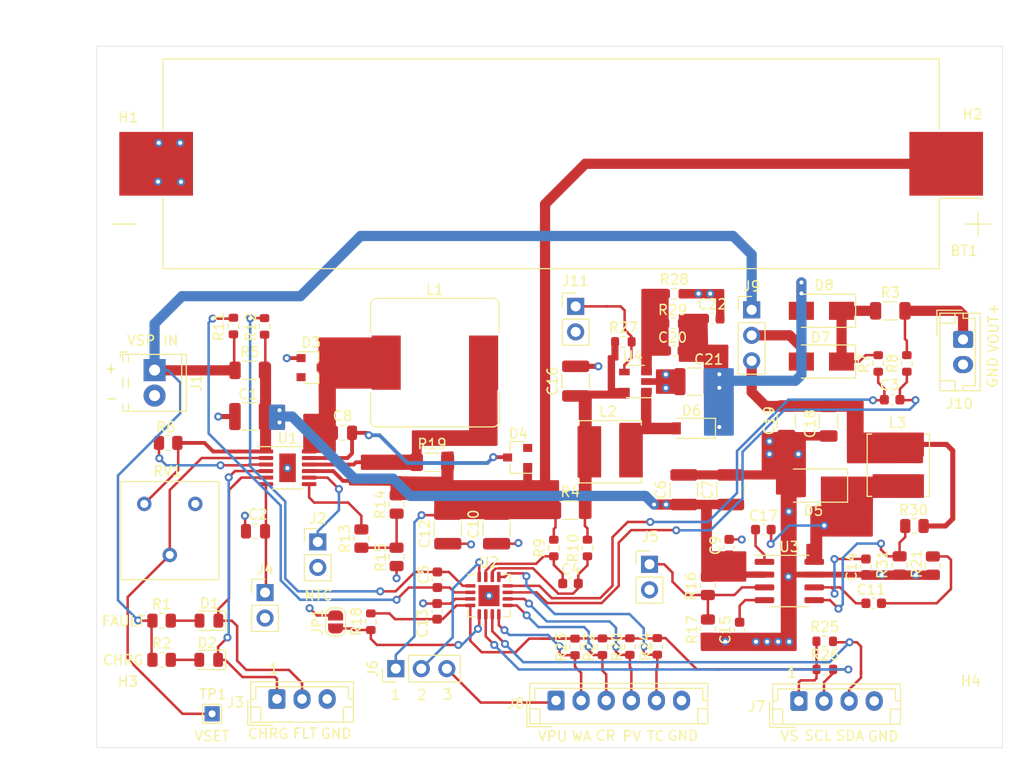
<source format=kicad_pcb>
(kicad_pcb (version 20171130) (host pcbnew 5.1.12-84ad8e8a86~92~ubuntu20.04.1)
  (layers (0 F.Cu signal) (1 In1.Cu signal hide) (2 In2.Cu signal hide) (31 B.Cu signal) (34 B.Paste user) (35 F.Paste user) (36 B.SilkS user) (37 F.SilkS user) (38 B.Mask user) (39 F.Mask user) (44 Edge.Cuts user))
  (net 0 "")
  (net 1 GND)
  (net 2 "Net-(D1-Pad2)")
  (net 3 /FAULT)
  (net 4 "Net-(D2-Pad2)")
  (net 5 /CHRG)
  (net 6 /NTC)
  (net 7 "Net-(R6-Pad2)")
  (net 8 "Net-(D7-Pad2)")
  (net 9 /VIN_SET)
  (net 10 /VBAT+)
  (net 11 /VSP-)
  (net 12 "Net-(C2-Pad1)")
  (net 13 "Net-(C3-Pad2)")
  (net 14 "Net-(C3-Pad1)")
  (net 15 "Net-(C4-Pad1)")
  (net 16 "Net-(C4-Pad2)")
  (net 17 "Net-(C5-Pad2)")
  (net 18 "Net-(C5-Pad1)")
  (net 19 "Net-(C8-Pad1)")
  (net 20 "Net-(C8-Pad2)")
  (net 21 "Net-(C11-Pad1)")
  (net 22 "Net-(C11-Pad2)")
  (net 23 /VS)
  (net 24 "Net-(C15-Pad2)")
  (net 25 /VBAT-)
  (net 26 "Net-(C17-Pad1)")
  (net 27 "Net-(C17-Pad2)")
  (net 28 /V_SPBC+)
  (net 29 "Net-(C20-Pad2)")
  (net 30 "Net-(C20-Pad1)")
  (net 31 "Net-(D6-Pad2)")
  (net 32 /VOUT+)
  (net 33 /VSP+)
  (net 34 "Net-(J5-Pad1)")
  (net 35 /SCL)
  (net 36 /SDA)
  (net 37 /PV)
  (net 38 /CRIT)
  (net 39 /WARN)
  (net 40 /TC)
  (net 41 /VOUT-)
  (net 42 "Net-(JP1-Pad1)")
  (net 43 "Net-(L1-Pad2)")
  (net 44 "Net-(R13-Pad1)")
  (net 45 "Net-(R13-Pad2)")
  (net 46 "Net-(R30-Pad2)")
  (net 47 /VPU)
  (net 48 /VPU_D)
  (net 49 "Net-(J11-Pad1)")
  (module INA3221AIRGVT:Texas_RGV_S-PVQFN-N16_EP2.1x2.1mm (layer F.Cu) (at 130.5396 92.2172)
    (fp_text reference U2 (at 0 -3.32) (layer F.SilkS))
    (fp_text value INA3221)
    (pad 17 smd rect (at 0 0) (size 2.1 2.1) (layers F.Cu F.Mask) (net 1 GND))
    (pad 16 smd roundrect (at -0.975 -1.8625) (size 0.35 1.025) (layers F.Cu F.Paste F.Mask) (net 48 /VPU_D))
    (pad 15 smd roundrect (at -0.325 -1.8625) (size 0.35 1.025) (layers F.Cu F.Paste F.Mask) (net 16 "Net-(C4-Pad2)"))
    (pad 14 smd roundrect (at 0.325 -1.8625) (size 0.35 1.025) (layers F.Cu F.Paste F.Mask) (net 15 "Net-(C4-Pad1)"))
    (pad 13 smd roundrect (at 0.975 -1.8625) (size 0.35 1.025) (layers F.Cu F.Paste F.Mask) (net 40 /TC))
    (pad 12 smd roundrect (at 1.8625 -0.975) (size 1.025 0.35) (layers F.Cu F.Paste F.Mask) (net 13 "Net-(C3-Pad2)"))
    (pad 11 smd roundrect (at 1.8625 -0.325) (size 1.025 0.35) (layers F.Cu F.Paste F.Mask) (net 14 "Net-(C3-Pad1)"))
    (pad 10 smd roundrect (at 1.8625 0.325) (size 1.025 0.35) (layers F.Cu F.Paste F.Mask) (net 37 /PV))
    (pad 9 smd roundrect (at 1.8625 0.975) (size 1.025 0.35) (layers F.Cu F.Paste F.Mask) (net 38 /CRIT))
    (pad 8 smd roundrect (at 0.975 1.8625) (size 0.35 1.025) (layers F.Cu F.Paste F.Mask) (net 39 /WARN))
    (pad 7 smd roundrect (at 0.325 1.8625) (size 0.35 1.025) (layers F.Cu F.Paste F.Mask) (net 36 /SDA))
    (pad 6 smd roundrect (at -0.325 1.8625) (size 0.35 1.025) (layers F.Cu F.Paste F.Mask) (net 35 /SCL))
    (pad 5 smd roundrect (at -0.975 1.8625) (size 0.35 1.025) (layers F.Cu F.Paste F.Mask) (net 42 "Net-(JP1-Pad1)"))
    (pad 4 smd roundrect (at -1.8625 0.975) (size 1.025 0.35) (layers F.Cu F.Paste F.Mask) (net 23 /VS))
    (pad 3 smd roundrect (at -1.8625 0.325) (size 1.025 0.35) (layers F.Cu F.Paste F.Mask) (net 1 GND))
    (pad 2 smd roundrect (at -1.8625 -0.325) (size 1.025 0.35) (layers F.Cu F.Paste F.Mask) (net 17 "Net-(C5-Pad2)"))
    (pad 1 smd roundrect (at -1.8625 -0.975) (size 1.025 0.35) (layers F.Cu F.Paste F.Mask) (net 18 "Net-(C5-Pad1)"))
  )
  (module Inductor_SMD:L_Bourns_SRN6045TA (layer F.Cu) (at 142.6026 77.896 180)
    (fp_text reference L2 (at 0.2237 4.0132) (layer F.SilkS))
    (fp_text value 10uH)
    (pad 2 smd rect (at 2.075 0 180) (size 2.35 5.1) (layers F.Cu F.Paste F.Mask) (net 25 /VBAT-))
    (pad 1 smd rect (at -2.075 0 180) (size 2.35 5.1) (layers F.Cu F.Paste F.Mask) (net 31 "Net-(D6-Pad2)"))
  )
  (module Battery:BatteryHolder_Keystone_1042_1x18650 (layer F.Cu) (at 136.7274 49.2194 180)
    (fp_text reference BT1 (at -41.1226 -8.6614) (layer F.SilkS))
    (fp_text value Battery_Cell)
    (pad 1 smd rect (at -39.33 0 180) (size 7.34 6.35) (layers F.Cu F.Paste F.Mask) (net 10 /VBAT+))
    (pad 2 smd rect (at 39.33 0 180) (size 7.34 6.35) (layers F.Cu F.Paste F.Mask) (net 1 GND))
    (pad "" np_thru_hole circle (at 27.6 -8 180) (size 3.45 3.45) (drill 3.45) (layers *.Cu *.Mask))
    (pad "" np_thru_hole circle (at -27.6 8 180) (size 3.45 3.45) (drill 3.45) (layers *.Cu *.Mask))
    (pad "" np_thru_hole circle (at -35.93 -8 180) (size 2.39 2.39) (drill 2.39) (layers *.Cu *.Mask))
  )
  (module LED_SMD:LED_0805_2012Metric (layer F.Cu) (at 102.6525 94.71 180)
    (fp_text reference D1 (at -0.0643 1.7264) (layer F.SilkS))
    (fp_text value LED-RED)
    (pad 2 smd roundrect (at 0.9375 0 180) (size 0.975 1.4) (layers F.Cu F.Paste F.Mask) (net 2 "Net-(D1-Pad2)"))
    (pad 1 smd roundrect (at -0.9375 0 180) (size 0.975 1.4) (layers F.Cu F.Paste F.Mask) (net 3 /FAULT))
  )
  (module LED_SMD:LED_0805_2012Metric (layer F.Cu) (at 102.6275 98.61 180)
    (fp_text reference D2 (at 0.152 1.6767) (layer F.SilkS))
    (fp_text value LED-GRN)
    (pad 1 smd roundrect (at -0.9375 0 180) (size 0.975 1.4) (layers F.Cu F.Paste F.Mask) (net 5 /CHRG))
    (pad 2 smd roundrect (at 0.9375 0 180) (size 0.975 1.4) (layers F.Cu F.Paste F.Mask) (net 4 "Net-(D2-Pad2)"))
  )
  (module Diode_SMD:D_SOT-23_ANK (layer F.Cu) (at 112.826 69.514)
    (fp_text reference D3 (at 0 -2.5) (layer F.SilkS))
    (fp_text value PMEG4005ET,215)
    (pad 1 smd rect (at 1 0) (size 0.9 0.8) (layers F.Cu F.Paste F.Mask) (net 19 "Net-(C8-Pad1)"))
    (pad "" smd rect (at -1 0.95) (size 0.9 0.8) (layers F.Cu F.Paste F.Mask))
    (pad 2 smd rect (at -1 -0.95) (size 0.9 0.8) (layers F.Cu F.Paste F.Mask) (net 1 GND))
  )
  (module Diode_SMD:D_SOT-23_ANK (layer F.Cu) (at 133.39 78.46 180)
    (fp_text reference D4 (at -0.0735 2.3547) (layer F.SilkS))
    (fp_text value PMEG4005ET,215)
    (pad 2 smd rect (at -1 -0.95 180) (size 0.9 0.8) (layers F.Cu F.Paste F.Mask) (net 10 /VBAT+))
    (pad "" smd rect (at -1 0.95 180) (size 0.9 0.8) (layers F.Cu F.Paste F.Mask))
    (pad 1 smd rect (at 1 0 180) (size 0.9 0.8) (layers F.Cu F.Paste F.Mask) (net 20 "Net-(C8-Pad2)"))
  )
  (module Diode_SMD:D_SMA (layer F.Cu) (at 162.84 81.26 180)
    (fp_text reference D5 (at 0 -2.5) (layer F.SilkS))
    (fp_text value B240A)
    (pad 1 smd rect (at -2 0 180) (size 2.5 1.8) (layers F.Cu F.Paste F.Mask) (net 26 "Net-(C17-Pad1)"))
    (pad 2 smd rect (at 2 0 180) (size 2.5 1.8) (layers F.Cu F.Paste F.Mask) (net 1 GND))
  )
  (module Diode_SMD:D_SOD-123 (layer F.Cu) (at 150.84 75.56 180)
    (fp_text reference D6 (at 0.1299 1.7534) (layer F.SilkS))
    (fp_text value 40V)
    (pad 1 smd rect (at -1.65 0 180) (size 0.9 1.2) (layers F.Cu F.Paste F.Mask) (net 30 "Net-(C20-Pad1)"))
    (pad 2 smd rect (at 1.65 0 180) (size 0.9 1.2) (layers F.Cu F.Paste F.Mask) (net 31 "Net-(D6-Pad2)"))
  )
  (module Diode_SMD:D_SMA (layer F.Cu) (at 163.64 68.91 180)
    (fp_text reference D7 (at 0.0902 2.4059) (layer F.SilkS))
    (fp_text value CMSH3-40mA)
    (pad 2 smd rect (at 2 0 180) (size 2.5 1.8) (layers F.Cu F.Paste F.Mask) (net 8 "Net-(D7-Pad2)"))
    (pad 1 smd rect (at -2 0 180) (size 2.5 1.8) (layers F.Cu F.Paste F.Mask) (net 32 /VOUT+))
  )
  (module Diode_SMD:D_SMA (layer F.Cu) (at 163.64 63.86 180)
    (fp_text reference D8 (at -0.2527 2.5502) (layer F.SilkS))
    (fp_text value CMSH3-40mA)
    (pad 1 smd rect (at -2 0 180) (size 2.5 1.8) (layers F.Cu F.Paste F.Mask) (net 32 /VOUT+))
    (pad 2 smd rect (at 2 0 180) (size 2.5 1.8) (layers F.Cu F.Paste F.Mask) (net 30 "Net-(C20-Pad1)"))
  )
  (module MountingHole:MountingHole_2.5mm (layer F.Cu) (at 94.69 40.66)
    (fp_text reference H1 (at -0.0758 3.9366) (layer F.SilkS))
    (fp_text value MountingHole)
    (pad 1 np_thru_hole circle (at 0 0) (size 2.5 2.5) (drill 2.5) (layers *.Cu *.Mask))
  )
  (module MountingHole:MountingHole_2.5mm (layer F.Cu) (at 178.6628 40.7104)
    (fp_text reference H2 (at 0 3.5814) (layer F.SilkS))
    (fp_text value MountingHole)
    (pad 1 np_thru_hole circle (at 0 0) (size 2.5 2.5) (drill 2.5) (layers *.Cu *.Mask))
  )
  (module MountingHole:MountingHole_2.5mm (layer F.Cu) (at 94.5888 104.26628)
    (fp_text reference H3 (at 0 -3.5) (layer F.SilkS))
    (fp_text value MountingHole)
    (pad 1 np_thru_hole circle (at 0 0) (size 2.5 2.5) (drill 2.5) (layers *.Cu *.Mask))
  )
  (module Connector_PinHeader_2.54mm:PinHeader_1x02_P2.54mm_Vertical (layer F.Cu) (at 113.49 86.87)
    (fp_text reference J2 (at 0 -2.33) (layer F.SilkS))
    (fp_text value Conn_01x02)
    (pad 1 thru_hole rect (at 0 0) (size 1.7 1.7) (drill 1) (layers *.Cu *.Mask) (net 6 /NTC))
    (pad 2 thru_hole oval (at 0 2.54) (size 1.7 1.7) (drill 1) (layers *.Cu *.Mask) (net 1 GND))
  )
  (module Connector_PinHeader_2.54mm:PinHeader_1x02_P2.54mm_Vertical (layer F.Cu) (at 108.24 91.91)
    (fp_text reference J4 (at 0 -2.33) (layer F.SilkS))
    (fp_text value Conn_01x02)
    (pad 1 thru_hole rect (at 0 0) (size 1.7 1.7) (drill 1) (layers *.Cu *.Mask) (net 12 "Net-(C2-Pad1)"))
    (pad 2 thru_hole oval (at 0 2.54) (size 1.7 1.7) (drill 1) (layers *.Cu *.Mask) (net 1 GND))
  )
  (module Connector_PinHeader_2.54mm:PinHeader_1x02_P2.54mm_Vertical (layer F.Cu) (at 146.5191 89.0974)
    (fp_text reference J5 (at 0.06604 -2.74574) (layer F.SilkS))
    (fp_text value Conn_01x02)
    (pad 2 thru_hole oval (at 0 2.54) (size 1.7 1.7) (drill 1) (layers *.Cu *.Mask) (net 1 GND))
    (pad 1 thru_hole rect (at 0 0) (size 1.7 1.7) (drill 1) (layers *.Cu *.Mask) (net 34 "Net-(J5-Pad1)"))
  )
  (module Connector_PinHeader_2.54mm:PinHeader_1x03_P2.54mm_Vertical (layer F.Cu) (at 156.69 63.76)
    (fp_text reference J9 (at 0 -2.33) (layer F.SilkS))
    (fp_text value Conn_01x03)
    (pad 1 thru_hole rect (at 0 0) (size 1.7 1.7) (drill 1) (layers *.Cu *.Mask) (net 33 /VSP+))
    (pad 2 thru_hole oval (at 0 2.54) (size 1.7 1.7) (drill 1) (layers *.Cu *.Mask) (net 8 "Net-(D7-Pad2)"))
    (pad 3 thru_hole oval (at 0 5.08) (size 1.7 1.7) (drill 1) (layers *.Cu *.Mask) (net 28 /V_SPBC+))
  )
  (module Connector_JST:JST_EH_B2B-EH-A_1x02_P2.50mm_Vertical (layer F.Cu) (at 177.74 66.71 270)
    (fp_text reference J10 (at 6.3854 0.3472 180) (layer F.SilkS))
    (fp_text value Conn_01x02)
    (pad 2 thru_hole oval (at 2.5 0 270) (size 1.7 2) (drill 1) (layers *.Cu *.Mask) (net 1 GND))
    (pad 1 thru_hole roundrect (at 0 0 270) (size 1.7 2) (drill 1) (layers *.Cu *.Mask) (roundrect_rratio 0.1470588235294118) (net 41 /VOUT-))
  )
  (module Inductor_SMD:L_Bourns_SRR1260 (layer F.Cu) (at 125.15 69.02)
    (fp_text reference L1 (at 0 -7.25) (layer F.SilkS))
    (fp_text value 68uH)
    (pad 2 smd rect (at 4.85 0) (size 2.9 5.4) (layers F.Cu F.Paste F.Mask) (net 43 "Net-(L1-Pad2)"))
    (pad 1 smd rect (at -4.85 0) (size 2.9 5.4) (layers F.Cu F.Paste F.Mask) (net 19 "Net-(C8-Pad1)"))
  )
  (module Inductor_SMD:L_Bourns_SRN6045TA (layer F.Cu) (at 171.29 79.235 270)
    (fp_text reference L3 (at -4.2092 0.0821 180) (layer F.SilkS))
    (fp_text value 10uH)
    (pad 1 smd rect (at -2.075 0 270) (size 2.35 5.1) (layers F.Cu F.Paste F.Mask) (net 28 /V_SPBC+))
    (pad 2 smd rect (at 2.075 0 270) (size 2.35 5.1) (layers F.Cu F.Paste F.Mask) (net 26 "Net-(C17-Pad1)"))
  )
  (module Resistor_SMD:R_1206_3216Metric_Pad1.30x1.75mm_HandSolder (layer F.Cu) (at 124.865 78.9374)
    (fp_text reference R19 (at 0 -1.82) (layer F.SilkS))
    (fp_text value 0.5)
    (pad 1 smd roundrect (at -1.55 0) (size 1.3 1.75) (layers F.Cu F.Paste F.Mask) (roundrect_rratio 0.1923076923076923) (net 43 "Net-(L1-Pad2)"))
    (pad 2 smd roundrect (at 1.55 0) (size 1.3 1.75) (layers F.Cu F.Paste F.Mask) (roundrect_rratio 0.1923076923076923) (net 10 /VBAT+))
  )
  (module Package_SO:MSOP-12-1EP_3x4mm_P0.65mm_EP1.65x2.85mm (layer F.Cu) (at 110.48 79.49)
    (fp_text reference U1 (at 0 -2.95) (layer F.SilkS))
    (fp_text value LT3652EDD)
    (pad 1 smd roundrect (at -2.15 -1.625) (size 1.45 0.4) (layers F.Cu F.Paste F.Mask) (net 11 /VSP-))
    (pad 2 smd roundrect (at -2.15 -0.975) (size 1.45 0.4) (layers F.Cu F.Paste F.Mask) (net 9 /VIN_SET))
    (pad 3 smd roundrect (at -2.15 -0.325) (size 1.45 0.4) (layers F.Cu F.Paste F.Mask) (net 7 "Net-(R6-Pad2)"))
    (pad 4 smd roundrect (at -2.15 0.325) (size 1.45 0.4) (layers F.Cu F.Paste F.Mask) (net 5 /CHRG))
    (pad 5 smd roundrect (at -2.15 0.975) (size 1.45 0.4) (layers F.Cu F.Paste F.Mask) (net 3 /FAULT))
    (pad 6 smd roundrect (at -2.15 1.625) (size 1.45 0.4) (layers F.Cu F.Paste F.Mask) (net 12 "Net-(C2-Pad1)"))
    (pad 7 smd roundrect (at 2.15 1.625) (size 1.45 0.4) (layers F.Cu F.Paste F.Mask) (net 45 "Net-(R13-Pad2)"))
    (pad 8 smd roundrect (at 2.15 0.975) (size 1.45 0.4) (layers F.Cu F.Paste F.Mask) (net 6 /NTC))
    (pad 9 smd roundrect (at 2.15 0.325) (size 1.45 0.4) (layers F.Cu F.Paste F.Mask) (net 10 /VBAT+))
    (pad 10 smd roundrect (at 2.15 -0.325) (size 1.45 0.4) (layers F.Cu F.Paste F.Mask) (net 43 "Net-(L1-Pad2)"))
    (pad 11 smd roundrect (at 2.15 -0.975) (size 1.45 0.4) (layers F.Cu F.Paste F.Mask) (net 20 "Net-(C8-Pad2)"))
    (pad 12 smd roundrect (at 2.15 -1.625) (size 1.45 0.4) (layers F.Cu F.Paste F.Mask) (net 19 "Net-(C8-Pad1)"))
    (pad 13 smd rect (at 0 0) (size 1.65 2.85) (layers F.Cu F.Mask) (net 1 GND))
  )
  (module Package_SO:SOIC-8_3.9x4.9mm_P1.27mm (layer F.Cu) (at 160.44 90.76)
    (fp_text reference U3 (at 0 -3.4) (layer F.SilkS))
    (fp_text value TPS54233)
    (pad 1 smd roundrect (at -2.475 -1.905) (size 1.95 0.6) (layers F.Cu F.Paste F.Mask) (net 27 "Net-(C17-Pad2)"))
    (pad 2 smd roundrect (at -2.475 -0.635) (size 1.95 0.6) (layers F.Cu F.Paste F.Mask) (net 11 /VSP-))
    (pad 3 smd roundrect (at -2.475 0.635) (size 1.95 0.6) (layers F.Cu F.Paste F.Mask) (net 34 "Net-(J5-Pad1)"))
    (pad 4 smd roundrect (at -2.475 1.905) (size 1.95 0.6) (layers F.Cu F.Paste F.Mask) (net 24 "Net-(C15-Pad2)"))
    (pad 5 smd roundrect (at 2.475 1.905) (size 1.95 0.6) (layers F.Cu F.Paste F.Mask) (net 46 "Net-(R30-Pad2)"))
    (pad 6 smd roundrect (at 2.475 0.635) (size 1.95 0.6) (layers F.Cu F.Paste F.Mask) (net 22 "Net-(C11-Pad2)"))
    (pad 7 smd roundrect (at 2.475 -0.635) (size 1.95 0.6) (layers F.Cu F.Paste F.Mask) (net 1 GND))
    (pad 8 smd roundrect (at 2.475 -1.905) (size 1.95 0.6) (layers F.Cu F.Paste F.Mask) (net 26 "Net-(C17-Pad1)"))
  )
  (module Package_TO_SOT_SMD:SOT-23-5 (layer F.Cu) (at 145.1172 70.9008 180)
    (fp_text reference U4 (at 0.2491 2.5171) (layer F.SilkS))
    (fp_text value LMR62014XMF)
    (pad 1 smd rect (at -1.1 -0.95 180) (size 1.06 0.65) (layers F.Cu F.Paste F.Mask) (net 31 "Net-(D6-Pad2)"))
    (pad 2 smd rect (at -1.1 0 180) (size 1.06 0.65) (layers F.Cu F.Paste F.Mask) (net 1 GND))
    (pad 3 smd rect (at -1.1 0.95 180) (size 1.06 0.65) (layers F.Cu F.Paste F.Mask) (net 29 "Net-(C20-Pad2)"))
    (pad 4 smd rect (at 1.1 0.95 180) (size 1.06 0.65) (layers F.Cu F.Paste F.Mask) (net 49 "Net-(J11-Pad1)"))
    (pad 5 smd rect (at 1.1 -0.95 180) (size 1.06 0.65) (layers F.Cu F.Paste F.Mask) (net 25 /VBAT-))
  )
  (module MountingHole:MountingHole_2.5mm (layer F.Cu) (at 178.50532 104.21548)
    (fp_text reference H4 (at 0 -3.5) (layer F.SilkS))
    (fp_text value MountingHole)
    (pad 1 np_thru_hole circle (at 0 0) (size 2.5 2.5) (drill 2.5) (layers *.Cu *.Mask))
  )
  (module Jumper:SolderJumper-2_P1.3mm_Open_RoundedPad1.0x1.5mm (layer F.Cu) (at 115.2644 94.8378 90)
    (fp_text reference JP1 (at 0 -1.8 90) (layer F.SilkS))
    (fp_text value SolderJumper_2_Open)
    (pad 1 smd custom (at -0.65 0 90) (size 1 0.5) (layers F.Cu F.Mask) (net 42 "Net-(JP1-Pad1)") (options (clearance outline) (anchor rect)) (primitives (gr_circle (center 0 0.25) (end 0.5 0.25) (width 0)) (gr_circle (center 0 -0.25) (end 0.5 -0.25) (width 0)) (gr_poly (pts (xy 0 -0.75) (xy 0.5 -0.75) (xy 0.5 0.75) (xy 0 0.75)) (width 0))))
    (pad 2 smd custom (at 0.65 0 90) (size 1 0.5) (layers F.Cu F.Mask) (net 1 GND) (options (clearance outline) (anchor rect)) (primitives (gr_circle (center 0 0.25) (end 0.5 0.25) (width 0)) (gr_circle (center 0 -0.25) (end 0.5 -0.25) (width 0)) (gr_poly (pts (xy 0 -0.75) (xy -0.5 -0.75) (xy -0.5 0.75) (xy 0 0.75)) (width 0))))
  )
  (module TerminalBlock_Phoenix:TerminalBlock_Phoenix_MPT-0,5-2-2.54_1x02_P2.54mm_Horizontal (layer F.Cu) (at 97.24 69.76 270)
    (fp_text reference J1 (at 1.27 -4.16 90) (layer F.SilkS))
    (fp_text value Screw_Terminal_01x02)
    (pad 1 thru_hole rect (at 0 0 270) (size 2.2 2.2) (drill 1.1) (layers *.Cu *.Mask) (net 33 /VSP+))
    (pad "" np_thru_hole circle (at 0 2.54 270) (size 1.1 1.1) (drill 1.1) (layers *.Cu *.Mask))
    (pad 2 thru_hole circle (at 2.54 0 270) (size 2.2 2.2) (drill 1.1) (layers *.Cu *.Mask) (net 1 GND))
    (pad "" np_thru_hole circle (at 2.54 2.54 270) (size 1.1 1.1) (drill 1.1) (layers *.Cu *.Mask))
  )
  (module 3386F-1-103LF:Potentiometer_Bourns_3386F_Vertical (layer F.Cu) (at 96.215 83.085 270)
    (fp_text reference RV1 (at -3.2586 -2.3108 180) (layer F.SilkS))
    (fp_text value 10K)
    (pad 3 thru_hole circle (at 0 -5.08 270) (size 1.44 1.44) (drill 0.8) (layers *.Cu *.Mask) (net 1 GND))
    (pad 2 thru_hole circle (at 5.08 -2.54 270) (size 1.44 1.44) (drill 0.8) (layers *.Cu *.Mask) (net 9 /VIN_SET))
    (pad 1 thru_hole circle (at 0 0 270) (size 1.44 1.44) (drill 0.8) (layers *.Cu *.Mask) (net 11 /VSP-))
  )
  (module Connector_PinHeader_2.54mm:PinHeader_1x03_P2.54mm_Vertical (layer F.Cu) (at 121.2588 99.486 90)
    (fp_text reference J6 (at 0 -2.33 90) (layer F.SilkS))
    (fp_text value Conn_01x03)
    (pad 1 thru_hole rect (at 0 0 90) (size 1.7 1.7) (drill 1) (layers *.Cu *.Mask) (net 10 /VBAT+))
    (pad 2 thru_hole oval (at 0 2.54 90) (size 1.7 1.7) (drill 1) (layers *.Cu *.Mask) (net 48 /VPU_D))
    (pad 3 thru_hole oval (at 0 5.08 90) (size 1.7 1.7) (drill 1) (layers *.Cu *.Mask) (net 47 /VPU))
  )
  (module TestPoint:TestPoint_THTPad_1.5x1.5mm_Drill0.7mm (layer F.Cu) (at 102.9708 103.9818)
    (fp_text reference TP1 (at 0.0889 -1.9431) (layer F.SilkS))
    (fp_text value TestPoint_Flag)
    (pad 1 thru_hole rect (at 0 0) (size 1.5 1.5) (drill 0.7) (layers *.Cu *.Mask) (net 9 /VIN_SET))
  )
  (module Capacitor_SMD:C_1210_3225Metric (layer F.Cu) (at 106.715 74.385 180)
    (fp_text reference C1 (at 0.1501 2.2167) (layer F.SilkS))
    (fp_text value 10uF)
    (pad 1 smd roundrect (at -1.475 0 180) (size 1.15 2.7) (layers F.Cu F.Paste F.Mask) (roundrect_rratio 0.2173904347826087) (net 11 /VSP-))
    (pad 2 smd roundrect (at 1.475 0 180) (size 1.15 2.7) (layers F.Cu F.Paste F.Mask) (roundrect_rratio 0.2173904347826087) (net 1 GND))
  )
  (module Capacitor_SMD:C_0805_2012Metric (layer F.Cu) (at 107.29 85.81 180)
    (fp_text reference C2 (at -0.2274 1.6783) (layer F.SilkS))
    (fp_text value 1uF)
    (pad 2 smd roundrect (at 0.95 0 180) (size 1 1.45) (layers F.Cu F.Paste F.Mask) (net 1 GND))
    (pad 1 smd roundrect (at -0.95 0 180) (size 1 1.45) (layers F.Cu F.Paste F.Mask) (net 12 "Net-(C2-Pad1)"))
  )
  (module Capacitor_SMD:C_0805_2012Metric (layer F.Cu) (at 115.9525 76.01)
    (fp_text reference C8 (at 0 -1.68) (layer F.SilkS))
    (fp_text value 1uF)
    (pad 1 smd roundrect (at -0.95 0) (size 1 1.45) (layers F.Cu F.Paste F.Mask) (net 19 "Net-(C8-Pad1)"))
    (pad 2 smd roundrect (at 0.95 0) (size 1 1.45) (layers F.Cu F.Paste F.Mask) (net 20 "Net-(C8-Pad2)"))
  )
  (module Resistor_SMD:R_0805_2012Metric (layer F.Cu) (at 98.59 77.01 180)
    (fp_text reference R6 (at 0.2293 1.5651) (layer F.SilkS))
    (fp_text value 10K)
    (pad 2 smd roundrect (at 0.9125 0 180) (size 1.025 1.4) (layers F.Cu F.Paste F.Mask) (roundrect_rratio 0.2439014634146341) (net 7 "Net-(R6-Pad2)"))
    (pad 1 smd roundrect (at -0.9125 0 180) (size 1.025 1.4) (layers F.Cu F.Paste F.Mask) (roundrect_rratio 0.2439014634146341) (net 11 /VSP-))
  )
  (module Resistor_SMD:R_0805_2012Metric (layer F.Cu) (at 117.8298 86.5339 90)
    (fp_text reference R13 (at 0 -1.65 90) (layer F.SilkS))
    (fp_text value 182K)
    (pad 2 smd roundrect (at 0.9125 0 90) (size 1.025 1.4) (layers F.Cu F.Paste F.Mask) (roundrect_rratio 0.2439014634146341) (net 45 "Net-(R13-Pad2)"))
    (pad 1 smd roundrect (at -0.9125 0 90) (size 1.025 1.4) (layers F.Cu F.Paste F.Mask) (roundrect_rratio 0.2439014634146341) (net 44 "Net-(R13-Pad1)"))
  )
  (module Resistor_SMD:R_0805_2012Metric (layer F.Cu) (at 121.34 83.14 270)
    (fp_text reference R14 (at 0.0138 1.6433 90) (layer F.SilkS))
    (fp_text value 84.5K)
    (pad 1 smd roundrect (at -0.9125 0 270) (size 1.025 1.4) (layers F.Cu F.Paste F.Mask) (roundrect_rratio 0.2439014634146341) (net 10 /VBAT+))
    (pad 2 smd roundrect (at 0.9125 0 270) (size 1.025 1.4) (layers F.Cu F.Paste F.Mask) (roundrect_rratio 0.2439014634146341) (net 44 "Net-(R13-Pad1)"))
  )
  (module Resistor_SMD:R_0805_2012Metric (layer F.Cu) (at 121.335 88.3589 270)
    (fp_text reference R15 (at 0.0527 1.5875 90) (layer F.SilkS))
    (fp_text value 330K)
    (pad 1 smd roundrect (at -0.9125 0 270) (size 1.025 1.4) (layers F.Cu F.Paste F.Mask) (roundrect_rratio 0.2439014634146341) (net 44 "Net-(R13-Pad1)"))
    (pad 2 smd roundrect (at 0.9125 0 270) (size 1.025 1.4) (layers F.Cu F.Paste F.Mask) (roundrect_rratio 0.2439014634146341) (net 1 GND))
  )
  (module Capacitor_SMD:C_0603_1608Metric (layer F.Cu) (at 170.6775 72.71 180)
    (fp_text reference C3 (at 0.257 1.4688) (layer F.SilkS))
    (fp_text value 0.1uF)
    (pad 1 smd roundrect (at -0.775 0 180) (size 0.9 0.95) (layers F.Cu F.Paste F.Mask) (net 14 "Net-(C3-Pad1)"))
    (pad 2 smd roundrect (at 0.775 0 180) (size 0.9 0.95) (layers F.Cu F.Paste F.Mask) (net 13 "Net-(C3-Pad2)"))
  )
  (module Capacitor_SMD:C_0603_1608Metric (layer F.Cu) (at 138.6533 91.0114 180)
    (fp_text reference C4 (at -0.0299 1.4187) (layer F.SilkS))
    (fp_text value 0.1uF)
    (pad 2 smd roundrect (at 0.775 0 180) (size 0.9 0.95) (layers F.Cu F.Paste F.Mask) (net 16 "Net-(C4-Pad2)"))
    (pad 1 smd roundrect (at -0.775 0 180) (size 0.9 0.95) (layers F.Cu F.Paste F.Mask) (net 15 "Net-(C4-Pad1)"))
  )
  (module Capacitor_SMD:C_0603_1608Metric (layer F.Cu) (at 125.399 90.6344 270)
    (fp_text reference C5 (at -0.5085 1.3524 90) (layer F.SilkS))
    (fp_text value 0.1uF)
    (pad 2 smd roundrect (at 0.775 0 270) (size 0.9 0.95) (layers F.Cu F.Paste F.Mask) (net 17 "Net-(C5-Pad2)"))
    (pad 1 smd roundrect (at -0.775 0 270) (size 0.9 0.95) (layers F.Cu F.Paste F.Mask) (net 18 "Net-(C5-Pad1)"))
  )
  (module Capacitor_SMD:C_1210_3225Metric (layer F.Cu) (at 149.94 81.6725 90)
    (fp_text reference C6 (at 0 -2.3 90) (layer F.SilkS))
    (fp_text value 4.7uF)
    (pad 1 smd roundrect (at -1.475 0 90) (size 1.15 2.7) (layers F.Cu F.Paste F.Mask) (roundrect_rratio 0.2173904347826087) (net 11 /VSP-))
    (pad 2 smd roundrect (at 1.475 0 90) (size 1.15 2.7) (layers F.Cu F.Paste F.Mask) (roundrect_rratio 0.2173904347826087) (net 1 GND))
  )
  (module Capacitor_SMD:C_1210_3225Metric (layer F.Cu) (at 154.59 81.6725 90)
    (fp_text reference C7 (at 0 -2.3 90) (layer F.SilkS))
    (fp_text value 4.7uF)
    (pad 1 smd roundrect (at -1.475 0 90) (size 1.15 2.7) (layers F.Cu F.Paste F.Mask) (roundrect_rratio 0.2173904347826087) (net 11 /VSP-))
    (pad 2 smd roundrect (at 1.475 0 90) (size 1.15 2.7) (layers F.Cu F.Paste F.Mask) (roundrect_rratio 0.2173904347826087) (net 1 GND))
  )
  (module Capacitor_SMD:C_0603_1608Metric (layer F.Cu) (at 154.44644 87.39336 270)
    (fp_text reference C9 (at -0.17556 1.36144 90) (layer F.SilkS))
    (fp_text value 0.01uF)
    (pad 1 smd roundrect (at -0.775 0 270) (size 0.9 0.95) (layers F.Cu F.Paste F.Mask) (net 1 GND))
    (pad 2 smd roundrect (at 0.775 0 270) (size 0.9 0.95) (layers F.Cu F.Paste F.Mask) (net 11 /VSP-))
  )
  (module Capacitor_SMD:C_1210_3225Metric (layer F.Cu) (at 131.29 85.5725 270)
    (fp_text reference C10 (at -0.4756 2.2969 90) (layer F.SilkS))
    (fp_text value 10uF)
    (pad 2 smd roundrect (at 1.475 0 270) (size 1.15 2.7) (layers F.Cu F.Paste F.Mask) (roundrect_rratio 0.2173904347826087) (net 1 GND))
    (pad 1 smd roundrect (at -1.475 0 270) (size 1.15 2.7) (layers F.Cu F.Paste F.Mask) (roundrect_rratio 0.2173904347826087) (net 10 /VBAT+))
  )
  (module Capacitor_SMD:C_0603_1608Metric (layer F.Cu) (at 168.84032 92.97852 180)
    (fp_text reference C11 (at 0.24862 1.35382) (layer F.SilkS))
    (fp_text value 1000pF)
    (pad 1 smd roundrect (at -0.775 0 180) (size 0.9 0.95) (layers F.Cu F.Paste F.Mask) (net 21 "Net-(C11-Pad1)"))
    (pad 2 smd roundrect (at 0.775 0 180) (size 0.9 0.95) (layers F.Cu F.Paste F.Mask) (net 22 "Net-(C11-Pad2)"))
  )
  (module Capacitor_SMD:C_1210_3225Metric (layer F.Cu) (at 126.43 85.5725 270)
    (fp_text reference C12 (at 0.4896 2.2883 90) (layer F.SilkS))
    (fp_text value 100uF)
    (pad 2 smd roundrect (at 1.475 0 270) (size 1.15 2.7) (layers F.Cu F.Paste F.Mask) (roundrect_rratio 0.2173904347826087) (net 1 GND))
    (pad 1 smd roundrect (at -1.475 0 270) (size 1.15 2.7) (layers F.Cu F.Paste F.Mask) (roundrect_rratio 0.2173904347826087) (net 10 /VBAT+))
  )
  (module Capacitor_SMD:C_0603_1608Metric (layer F.Cu) (at 125.3736 93.784 270)
    (fp_text reference C13 (at 1.1808 1.4732 90) (layer F.SilkS))
    (fp_text value 0.1uF)
    (pad 2 smd roundrect (at 0.775 0 270) (size 0.9 0.95) (layers F.Cu F.Paste F.Mask) (net 23 /VS))
    (pad 1 smd roundrect (at -0.775 0 270) (size 0.9 0.95) (layers F.Cu F.Paste F.Mask) (net 1 GND))
  )
  (module Capacitor_SMD:C_0603_1608Metric (layer F.Cu) (at 168.06592 89.34348 90)
    (fp_text reference C14 (at 0 -1.43 90) (layer F.SilkS))
    (fp_text value 47pF)
    (pad 2 smd roundrect (at 0.775 0 90) (size 0.9 0.95) (layers F.Cu F.Paste F.Mask) (net 22 "Net-(C11-Pad2)"))
    (pad 1 smd roundrect (at -0.775 0 90) (size 0.9 0.95) (layers F.Cu F.Paste F.Mask) (net 1 GND))
  )
  (module Capacitor_SMD:C_0603_1608Metric (layer F.Cu) (at 155.49292 95.64268 90)
    (fp_text reference C15 (at 0 -1.43 90) (layer F.SilkS))
    (fp_text value 0.15uF)
    (pad 2 smd roundrect (at 0.775 0 90) (size 0.9 0.95) (layers F.Cu F.Paste F.Mask) (net 24 "Net-(C15-Pad2)"))
    (pad 1 smd roundrect (at -0.775 0 90) (size 0.9 0.95) (layers F.Cu F.Paste F.Mask) (net 1 GND))
  )
  (module Capacitor_SMD:C_1210_3225Metric (layer F.Cu) (at 139.1658 70.8602 90)
    (fp_text reference C16 (at 0 -2.3 90) (layer F.SilkS))
    (fp_text value 10uF)
    (pad 2 smd roundrect (at 1.475 0 90) (size 1.15 2.7) (layers F.Cu F.Paste F.Mask) (roundrect_rratio 0.2173904347826087) (net 1 GND))
    (pad 1 smd roundrect (at -1.475 0 90) (size 1.15 2.7) (layers F.Cu F.Paste F.Mask) (roundrect_rratio 0.2173904347826087) (net 25 /VBAT-))
  )
  (module Capacitor_SMD:C_0603_1608Metric (layer F.Cu) (at 157.85288 85.63792 180)
    (fp_text reference C17 (at -0.00732 1.37922) (layer F.SilkS))
    (fp_text value 0.1uF)
    (pad 1 smd roundrect (at -0.775 0 180) (size 0.9 0.95) (layers F.Cu F.Paste F.Mask) (net 26 "Net-(C17-Pad1)"))
    (pad 2 smd roundrect (at 0.775 0 180) (size 0.9 0.95) (layers F.Cu F.Paste F.Mask) (net 27 "Net-(C17-Pad2)"))
  )
  (module Capacitor_SMD:C_1206_3216Metric (layer F.Cu) (at 164.34 74.8475 270)
    (fp_text reference C18 (at 0.2545 1.8316 90) (layer F.SilkS))
    (fp_text value 47uF)
    (pad 1 smd roundrect (at -1.475 0 270) (size 1.15 1.8) (layers F.Cu F.Paste F.Mask) (roundrect_rratio 0.2173904347826087) (net 28 /V_SPBC+))
    (pad 2 smd roundrect (at 1.475 0 270) (size 1.15 1.8) (layers F.Cu F.Paste F.Mask) (roundrect_rratio 0.2173904347826087) (net 1 GND))
  )
  (module Capacitor_SMD:C_1206_3216Metric (layer F.Cu) (at 160.14 74.81 270)
    (fp_text reference C19 (at -0.0128 1.6956 90) (layer F.SilkS))
    (fp_text value 47uF)
    (pad 2 smd roundrect (at 1.475 0 270) (size 1.15 1.8) (layers F.Cu F.Paste F.Mask) (roundrect_rratio 0.2173904347826087) (net 1 GND))
    (pad 1 smd roundrect (at -1.475 0 270) (size 1.15 1.8) (layers F.Cu F.Paste F.Mask) (roundrect_rratio 0.2173904347826087) (net 28 /V_SPBC+))
  )
  (module Capacitor_SMD:C_0603_1608Metric (layer F.Cu) (at 148.9882 67.8376 180)
    (fp_text reference C20 (at 0.1778 1.3208) (layer F.SilkS))
    (fp_text value 220pF)
    (pad 1 smd roundrect (at -0.775 0 180) (size 0.9 0.95) (layers F.Cu F.Paste F.Mask) (net 30 "Net-(C20-Pad1)"))
    (pad 2 smd roundrect (at 0.775 0 180) (size 0.9 0.95) (layers F.Cu F.Paste F.Mask) (net 29 "Net-(C20-Pad2)"))
  )
  (module Capacitor_SMD:C_1210_3225Metric (layer F.Cu) (at 151.0025 70.91 180)
    (fp_text reference C21 (at -1.4094 2.2088) (layer F.SilkS))
    (fp_text value 4.7uF)
    (pad 1 smd roundrect (at -1.475 0 180) (size 1.15 2.7) (layers F.Cu F.Paste F.Mask) (roundrect_rratio 0.2173904347826087) (net 30 "Net-(C20-Pad1)"))
    (pad 2 smd roundrect (at 1.475 0 180) (size 1.15 2.7) (layers F.Cu F.Paste F.Mask) (roundrect_rratio 0.2173904347826087) (net 1 GND))
  )
  (module Capacitor_SMD:C_0603_1608Metric (layer F.Cu) (at 152.7672 64.6372)
    (fp_text reference C22 (at 0 -1.43) (layer F.SilkS))
    (fp_text value 0.022uF)
    (pad 1 smd roundrect (at -0.775 0) (size 0.9 0.95) (layers F.Cu F.Paste F.Mask) (net 30 "Net-(C20-Pad1)"))
    (pad 2 smd roundrect (at 0.775 0) (size 0.9 0.95) (layers F.Cu F.Paste F.Mask) (net 1 GND))
  )
  (module Resistor_SMD:R_0805_2012Metric (layer F.Cu) (at 97.94 94.71)
    (fp_text reference R1 (at 0 -1.65) (layer F.SilkS))
    (fp_text value 10K)
    (pad 1 smd roundrect (at -0.9125 0) (size 1.025 1.4) (layers F.Cu F.Paste F.Mask) (roundrect_rratio 0.2439014634146341) (net 33 /VSP+))
    (pad 2 smd roundrect (at 0.9125 0) (size 1.025 1.4) (layers F.Cu F.Paste F.Mask) (roundrect_rratio 0.2439014634146341) (net 2 "Net-(D1-Pad2)"))
  )
  (module Resistor_SMD:R_0805_2012Metric (layer F.Cu) (at 97.94 98.61)
    (fp_text reference R2 (at 0 -1.65) (layer F.SilkS))
    (fp_text value 10K)
    (pad 1 smd roundrect (at -0.9125 0) (size 1.025 1.4) (layers F.Cu F.Paste F.Mask) (roundrect_rratio 0.2439014634146341) (net 33 /VSP+))
    (pad 2 smd roundrect (at 0.9125 0) (size 1.025 1.4) (layers F.Cu F.Paste F.Mask) (roundrect_rratio 0.2439014634146341) (net 4 "Net-(D2-Pad2)"))
  )
  (module Resistor_SMD:R_1206_3216Metric (layer F.Cu) (at 170.49 63.86)
    (fp_text reference R3 (at 0 -1.82) (layer F.SilkS))
    (fp_text value 0.100)
    (pad 2 smd roundrect (at 1.4625 0) (size 1.125 1.75) (layers F.Cu F.Paste F.Mask) (roundrect_rratio 0.2222213333333333) (net 41 /VOUT-))
    (pad 1 smd roundrect (at -1.4625 0) (size 1.125 1.75) (layers F.Cu F.Paste F.Mask) (roundrect_rratio 0.2222213333333333) (net 32 /VOUT+))
  )
  (module Resistor_SMD:R_1206_3216Metric (layer F.Cu) (at 138.6217 83.7126)
    (fp_text reference R4 (at 0 -1.82) (layer F.SilkS))
    (fp_text value 0.100)
    (pad 1 smd roundrect (at -1.4625 0) (size 1.125 1.75) (layers F.Cu F.Paste F.Mask) (roundrect_rratio 0.2222213333333333) (net 10 /VBAT+))
    (pad 2 smd roundrect (at 1.4625 0) (size 1.125 1.75) (layers F.Cu F.Paste F.Mask) (roundrect_rratio 0.2222213333333333) (net 25 /VBAT-))
  )
  (module Resistor_SMD:R_1206_3216Metric (layer F.Cu) (at 106.715 69.785)
    (fp_text reference R5 (at 0 -1.82) (layer F.SilkS))
    (fp_text value 0.100)
    (pad 1 smd roundrect (at -1.4625 0) (size 1.125 1.75) (layers F.Cu F.Paste F.Mask) (roundrect_rratio 0.2222213333333333) (net 33 /VSP+))
    (pad 2 smd roundrect (at 1.4625 0) (size 1.125 1.75) (layers F.Cu F.Paste F.Mask) (roundrect_rratio 0.2222213333333333) (net 11 /VSP-))
  )
  (module Resistor_SMD:R_0603_1608Metric (layer F.Cu) (at 169.29 69.0975 90)
    (fp_text reference R7 (at 0 -1.43 90) (layer F.SilkS))
    (fp_text value 10)
    (pad 2 smd roundrect (at 0.825 0 90) (size 0.8 0.95) (layers F.Cu F.Paste F.Mask) (net 32 /VOUT+))
    (pad 1 smd roundrect (at -0.825 0 90) (size 0.8 0.95) (layers F.Cu F.Paste F.Mask) (net 13 "Net-(C3-Pad2)"))
  )
  (module Resistor_SMD:R_0603_1608Metric (layer F.Cu) (at 172.14 69.0975 90)
    (fp_text reference R8 (at 0 -1.43 90) (layer F.SilkS))
    (fp_text value 10)
    (pad 1 smd roundrect (at -0.825 0 90) (size 0.8 0.95) (layers F.Cu F.Paste F.Mask) (net 14 "Net-(C3-Pad1)"))
    (pad 2 smd roundrect (at 0.825 0 90) (size 0.8 0.95) (layers F.Cu F.Paste F.Mask) (net 41 /VOUT-))
  )
  (module Resistor_SMD:R_0603_1608Metric (layer F.Cu) (at 136.9908 87.4739 90)
    (fp_text reference R9 (at 0 -1.43 90) (layer F.SilkS))
    (fp_text value 10)
    (pad 2 smd roundrect (at 0.825 0 90) (size 0.8 0.95) (layers F.Cu F.Paste F.Mask) (net 10 /VBAT+))
    (pad 1 smd roundrect (at -0.825 0 90) (size 0.8 0.95) (layers F.Cu F.Paste F.Mask) (net 16 "Net-(C4-Pad2)"))
  )
  (module Resistor_SMD:R_0603_1608Metric (layer F.Cu) (at 140.3408 87.4739 90)
    (fp_text reference R10 (at 0 -1.43 90) (layer F.SilkS))
    (fp_text value 10)
    (pad 1 smd roundrect (at -0.825 0 90) (size 0.8 0.95) (layers F.Cu F.Paste F.Mask) (net 15 "Net-(C4-Pad1)"))
    (pad 2 smd roundrect (at 0.825 0 90) (size 0.8 0.95) (layers F.Cu F.Paste F.Mask) (net 25 /VBAT-))
  )
  (module Resistor_SMD:R_0603_1608Metric (layer F.Cu) (at 105.09 65.3725 270)
    (fp_text reference R11 (at 0.0648 1.4588 90) (layer F.SilkS))
    (fp_text value 10)
    (pad 2 smd roundrect (at 0.825 0 270) (size 0.8 0.95) (layers F.Cu F.Paste F.Mask) (net 33 /VSP+))
    (pad 1 smd roundrect (at -0.825 0 270) (size 0.8 0.95) (layers F.Cu F.Paste F.Mask) (net 17 "Net-(C5-Pad2)"))
  )
  (module Resistor_SMD:R_0603_1608Metric (layer F.Cu) (at 108.19 65.41 270)
    (fp_text reference R12 (at 0.0654 1.3584 90) (layer F.SilkS))
    (fp_text value 10)
    (pad 1 smd roundrect (at -0.825 0 270) (size 0.8 0.95) (layers F.Cu F.Paste F.Mask) (net 18 "Net-(C5-Pad1)"))
    (pad 2 smd roundrect (at 0.825 0 270) (size 0.8 0.95) (layers F.Cu F.Paste F.Mask) (net 11 /VSP-))
  )
  (module Resistor_SMD:R_0805_2012Metric (layer F.Cu) (at 152.32808 91.24306 270)
    (fp_text reference R16 (at 0.02604 1.68148 90) (layer F.SilkS))
    (fp_text value 332K)
    (pad 1 smd roundrect (at -0.9125 0 270) (size 1.025 1.4) (layers F.Cu F.Paste F.Mask) (roundrect_rratio 0.2439014634146341) (net 11 /VSP-))
    (pad 2 smd roundrect (at 0.9125 0 270) (size 1.025 1.4) (layers F.Cu F.Paste F.Mask) (roundrect_rratio 0.2439014634146341) (net 34 "Net-(J5-Pad1)"))
  )
  (module Resistor_SMD:R_0805_2012Metric (layer F.Cu) (at 152.33316 95.50518 270)
    (fp_text reference R17 (at 0.10478 1.58496 90) (layer F.SilkS))
    (fp_text value 68.1K)
    (pad 2 smd roundrect (at 0.9125 0 270) (size 1.025 1.4) (layers F.Cu F.Paste F.Mask) (roundrect_rratio 0.2439014634146341) (net 1 GND))
    (pad 1 smd roundrect (at -0.9125 0 270) (size 1.025 1.4) (layers F.Cu F.Paste F.Mask) (roundrect_rratio 0.2439014634146341) (net 34 "Net-(J5-Pad1)"))
  )
  (module Resistor_SMD:R_0603_1608Metric (layer F.Cu) (at 118.7696 94.8124 90)
    (fp_text reference R18 (at 0 -1.43 90) (layer F.SilkS))
    (fp_text value 10K)
    (pad 1 smd roundrect (at -0.825 0 90) (size 0.8 0.95) (layers F.Cu F.Paste F.Mask) (net 42 "Net-(JP1-Pad1)"))
    (pad 2 smd roundrect (at 0.825 0 90) (size 0.8 0.95) (layers F.Cu F.Paste F.Mask) (net 23 /VS))
  )
  (module Resistor_SMD:R_0603_1608Metric (layer F.Cu) (at 144.562452 97.286013 270)
    (fp_text reference R20 (at 0.04522 1.26746 90) (layer F.SilkS))
    (fp_text value 10K)
    (pad 2 smd roundrect (at 0.825 0 270) (size 0.8 0.95) (layers F.Cu F.Paste F.Mask) (net 37 /PV))
    (pad 1 smd roundrect (at -0.825 0 270) (size 0.8 0.95) (layers F.Cu F.Paste F.Mask) (net 23 /VS))
  )
  (module Resistor_SMD:R_0805_2012Metric (layer F.Cu) (at 174.73088 89.2263 270)
    (fp_text reference R21 (at -0.1797 1.60528 90) (layer F.SilkS))
    (fp_text value 29.4K)
    (pad 2 smd roundrect (at 0.9125 0 270) (size 1.025 1.4) (layers F.Cu F.Paste F.Mask) (roundrect_rratio 0.2439014634146341) (net 1 GND))
    (pad 1 smd roundrect (at -0.9125 0 270) (size 1.025 1.4) (layers F.Cu F.Paste F.Mask) (roundrect_rratio 0.2439014634146341) (net 21 "Net-(C11-Pad1)"))
  )
  (module Resistor_SMD:R_0603_1608Metric (layer F.Cu) (at 141.831106 97.302946 270)
    (fp_text reference R22 (at 0.04522 1.33604 90) (layer F.SilkS))
    (fp_text value 10K)
    (pad 1 smd roundrect (at -0.825 0 270) (size 0.8 0.95) (layers F.Cu F.Paste F.Mask) (net 23 /VS))
    (pad 2 smd roundrect (at 0.825 0 270) (size 0.8 0.95) (layers F.Cu F.Paste F.Mask) (net 38 /CRIT))
  )
  (module Resistor_SMD:R_0603_1608Metric (layer F.Cu) (at 139.09976 97.319879 270)
    (fp_text reference R23 (at 0.04522 1.35636 90) (layer F.SilkS))
    (fp_text value 10K)
    (pad 2 smd roundrect (at 0.825 0 270) (size 0.8 0.95) (layers F.Cu F.Paste F.Mask) (net 39 /WARN))
    (pad 1 smd roundrect (at -0.825 0 270) (size 0.8 0.95) (layers F.Cu F.Paste F.Mask) (net 23 /VS))
  )
  (module Resistor_SMD:R_0603_1608Metric (layer F.Cu) (at 147.2938 97.26908 270)
    (fp_text reference R24 (at 0.01982 1.1684 90) (layer F.SilkS))
    (fp_text value 10K)
    (pad 1 smd roundrect (at -0.825 0 270) (size 0.8 0.95) (layers F.Cu F.Paste F.Mask) (net 23 /VS))
    (pad 2 smd roundrect (at 0.825 0 270) (size 0.8 0.95) (layers F.Cu F.Paste F.Mask) (net 40 /TC))
  )
  (module Resistor_SMD:R_0603_1608Metric (layer F.Cu) (at 163.96432 96.76312)
    (fp_text reference R25 (at 0 -1.43) (layer F.SilkS))
    (fp_text value 10K)
    (pad 2 smd roundrect (at 0.825 0) (size 0.8 0.95) (layers F.Cu F.Paste F.Mask) (net 36 /SDA))
    (pad 1 smd roundrect (at -0.825 0) (size 0.8 0.95) (layers F.Cu F.Paste F.Mask) (net 23 /VS))
  )
  (module Resistor_SMD:R_0603_1608Metric (layer F.Cu) (at 163.97474 99.55966)
    (fp_text reference R26 (at 0 -1.43) (layer F.SilkS))
    (fp_text value 10K)
    (pad 2 smd roundrect (at 0.825 0) (size 0.8 0.95) (layers F.Cu F.Paste F.Mask) (net 35 /SCL))
    (pad 1 smd roundrect (at -0.825 0) (size 0.8 0.95) (layers F.Cu F.Paste F.Mask) (net 23 /VS))
  )
  (module Resistor_SMD:R_0603_1608Metric (layer F.Cu) (at 143.9156 66.9486)
    (fp_text reference R27 (at 0 -1.43) (layer F.SilkS))
    (fp_text value 10K)
    (pad 1 smd roundrect (at -0.825 0) (size 0.8 0.95) (layers F.Cu F.Paste F.Mask) (net 25 /VBAT-))
    (pad 2 smd roundrect (at 0.825 0) (size 0.8 0.95) (layers F.Cu F.Paste F.Mask) (net 49 "Net-(J11-Pad1)"))
  )
  (module Resistor_SMD:R_0603_1608Metric (layer F.Cu) (at 148.9788 62.1607)
    (fp_text reference R28 (at 0 -1.43) (layer F.SilkS))
    (fp_text value 13.3K)
    (pad 2 smd roundrect (at 0.825 0) (size 0.8 0.95) (layers F.Cu F.Paste F.Mask) (net 1 GND))
    (pad 1 smd roundrect (at -0.825 0) (size 0.8 0.95) (layers F.Cu F.Paste F.Mask) (net 29 "Net-(C20-Pad2)"))
  )
  (module Resistor_SMD:R_0603_1608Metric (layer F.Cu) (at 148.9194 65.1071 180)
    (fp_text reference R29 (at 0.1016 1.3335) (layer F.SilkS))
    (fp_text value 52.3K)
    (pad 1 smd roundrect (at -0.825 0 180) (size 0.8 0.95) (layers F.Cu F.Paste F.Mask) (net 30 "Net-(C20-Pad1)"))
    (pad 2 smd roundrect (at 0.825 0 180) (size 0.8 0.95) (layers F.Cu F.Paste F.Mask) (net 29 "Net-(C20-Pad2)"))
  )
  (module Resistor_SMD:R_0805_2012Metric (layer F.Cu) (at 172.89382 85.28232 180)
    (fp_text reference R30 (at 0.08572 1.59512) (layer F.SilkS))
    (fp_text value 10.2K)
    (pad 2 smd roundrect (at 0.9125 0 180) (size 1.025 1.4) (layers F.Cu F.Paste F.Mask) (roundrect_rratio 0.2439014634146341) (net 46 "Net-(R30-Pad2)"))
    (pad 1 smd roundrect (at -0.9125 0 180) (size 1.025 1.4) (layers F.Cu F.Paste F.Mask) (roundrect_rratio 0.2439014634146341) (net 28 /V_SPBC+))
  )
  (module Resistor_SMD:R_0805_2012Metric (layer F.Cu) (at 171.41872 89.21424 270)
    (fp_text reference R31 (at -0.11684 1.72212 90) (layer F.SilkS))
    (fp_text value 1.54K)
    (pad 1 smd roundrect (at -0.9125 0 270) (size 1.025 1.4) (layers F.Cu F.Paste F.Mask) (roundrect_rratio 0.2439014634146341) (net 46 "Net-(R30-Pad2)"))
    (pad 2 smd roundrect (at 0.9125 0 270) (size 1.025 1.4) (layers F.Cu F.Paste F.Mask) (roundrect_rratio 0.2439014634146341) (net 1 GND))
  )
  (module Connector_PinHeader_2.54mm:PinHeader_1x02_P2.54mm_Vertical (layer F.Cu) (at 139.1658 63.418)
    (fp_text reference J11 (at -0.0254 -2.54) (layer F.SilkS))
    (fp_text value Conn_01x02)
    (pad 1 thru_hole rect (at 0 0) (size 1.7 1.7) (drill 1) (layers *.Cu *.Mask) (net 49 "Net-(J11-Pad1)"))
    (pad 2 thru_hole oval (at 0 2.54) (size 1.7 1.7) (drill 1) (layers *.Cu *.Mask) (net 1 GND))
  )
  (module Connector_JST:JST_EH_B4B-EH-A_1x04_P2.50mm_Vertical (layer F.Cu) (at 161.3908 102.7118)
    (fp_text reference J7 (at -4.191 0.5334) (layer F.SilkS))
    (fp_text value Conn_01x04)
    (pad 1 thru_hole roundrect (at 0 0) (size 1.7 1.95) (drill 0.95) (layers *.Cu *.Mask) (roundrect_rratio 0.1470588235294118) (net 23 /VS))
    (pad 2 thru_hole oval (at 2.5 0) (size 1.7 1.95) (drill 0.95) (layers *.Cu *.Mask) (net 35 /SCL))
    (pad 3 thru_hole oval (at 5 0) (size 1.7 1.95) (drill 0.95) (layers *.Cu *.Mask) (net 36 /SDA))
    (pad 4 thru_hole oval (at 7.5 0) (size 1.7 1.95) (drill 0.95) (layers *.Cu *.Mask) (net 1 GND))
  )
  (module Connector_JST:JST_EH_B6B-EH-A_1x06_P2.50mm_Vertical (layer F.Cu) (at 137.21 102.661)
    (fp_text reference J8 (at -4.0132 0.2794) (layer F.SilkS))
    (fp_text value Conn_01x06)
    (pad 1 thru_hole roundrect (at 0 0) (size 1.7 1.95) (drill 0.95) (layers *.Cu *.Mask) (roundrect_rratio 0.1470588235294118) (net 47 /VPU))
    (pad 2 thru_hole oval (at 2.5 0) (size 1.7 1.95) (drill 0.95) (layers *.Cu *.Mask) (net 39 /WARN))
    (pad 3 thru_hole oval (at 5 0) (size 1.7 1.95) (drill 0.95) (layers *.Cu *.Mask) (net 38 /CRIT))
    (pad 4 thru_hole oval (at 7.5 0) (size 1.7 1.95) (drill 0.95) (layers *.Cu *.Mask) (net 37 /PV))
    (pad 5 thru_hole oval (at 10 0) (size 1.7 1.95) (drill 0.95) (layers *.Cu *.Mask) (net 40 /TC))
    (pad 6 thru_hole oval (at 12.5 0) (size 1.7 1.95) (drill 0.95) (layers *.Cu *.Mask) (net 1 GND))
  )
  (module Connector_JST:JST_EH_B3B-EH-A_1x03_P2.50mm_Vertical (layer F.Cu) (at 109.4224 102.5086)
    (fp_text reference J3 (at -4.1148 0.3302) (layer F.SilkS))
    (fp_text value Conn_01x03)
    (pad 1 thru_hole roundrect (at 0 0) (size 1.7 1.95) (drill 0.95) (layers *.Cu *.Mask) (roundrect_rratio 0.1470588235294118) (net 5 /CHRG))
    (pad 2 thru_hole oval (at 2.5 0) (size 1.7 1.95) (drill 0.95) (layers *.Cu *.Mask) (net 3 /FAULT))
    (pad 3 thru_hole oval (at 5 0) (size 1.7 1.95) (drill 0.95) (layers *.Cu *.Mask) (net 1 GND))
  )
  (gr_text GND (at 115.3152 105.963) (layer F.SilkS) (effects (font (size 1 1))))
  (gr_text GND (at 149.8338 106.1662) (layer F.SilkS) (effects (font (size 1 1))))
  (gr_text VPU (at 136.8798 106.217) (layer F.SilkS) (effects (font (size 1 1))))
  (gr_text GND (at 169.7728 106.217) (layer F.SilkS) (effects (font (size 1 1))))
  (gr_text SDA (at 166.4708 106.1662) (layer F.SilkS) (effects (font (size 1 1))))
  (gr_text SCL (at 163.3212 106.1662) (layer F.SilkS) (effects (font (size 1 1))))
  (gr_text VS (at 160.4764 106.1916) (layer F.SilkS) (effects (font (size 1 1))))
  (gr_text VSET (at 102.9454 106.2043) (layer F.SilkS) (effects (font (size 1 1))))
  (gr_text FLT (at 112.2164 105.9376) (layer F.SilkS) (effects (font (size 1 1))))
  (gr_text CHRG (at 108.5461 105.9757) (layer F.SilkS) (effects (font (size 1 1))))
  (gr_text TC (at 147.1414 106.217) (layer F.SilkS) (effects (font (size 1 1))))
  (gr_text PV (at 144.7538 106.217) (layer F.SilkS) (effects (font (size 1 1))))
  (gr_text CR (at 142.1376 106.1662) (layer F.SilkS) (effects (font (size 1 1))))
  (gr_text WA (at 139.75 106.217) (layer F.SilkS) (effects (font (size 1 1))))
  (gr_text FAULT (at 94.1443 94.7489) (layer F.SilkS) (effects (font (size 1 1))))
  (gr_text CHRG (at 94.1189 98.6351) (layer F.SilkS) (effects (font (size 1 1))))
  (gr_text NTC (at 113.5372 92.1962) (layer F.SilkS) (effects (font (size 1 1))))
  (gr_text 3 (at 126.415 102.0768) (layer F.SilkS) (effects (font (size 1 1))))
  (gr_text 2 (at 123.8496 102.1022) (layer F.SilkS) (effects (font (size 1 1))))
  (gr_text 1 (at 121.2334 102.0768) (layer F.SilkS) (effects (font (size 1 1))))
  (gr_text 1 (at 109.1176 99.486) (layer F.SilkS) (effects (font (size 1 1))))
  (gr_text 1 (at 160.705 99.8924) (layer F.SilkS) (effects (font (size 1 1))))
  (gr_text "VSP IN" (at 97.0526 66.8216) (layer F.SilkS) (effects (font (size 1 1))))
  (gr_text VOUT+ (at 180.771 65.5516 90) (layer F.SilkS) (effects (font (size 1 1))))
  (gr_text GND (at 180.6948 69.9966 90) (layer F.SilkS) (effects (font (size 1 1))))
  (gr_text - (at 92.9759 72.5493) (layer F.SilkS) (effects (font (size 1 1))))
  (gr_text + (at 92.8997 69.5902) (layer F.SilkS) (effects (font (size 1 1))))
  (gr_line (start 181.66 37.51) (end 91.49 37.51) (layer Edge.Cuts) (width 0.05))
  (gr_line (start 181.66 107.36) (end 181.66 37.51) (layer Edge.Cuts) (width 0.05))
  (gr_line (start 91.49 107.36) (end 181.66 107.36) (layer Edge.Cuts) (width 0.05))
  (gr_line (start 91.49 37.51) (end 91.49 107.36) (layer Edge.Cuts) (width 0.05))
  (via (at 97.6622 47.1366) (size 0.8) (drill 0.4) (layers F.Cu B.Cu) (net 1))
  (via (at 97.586 50.9974) (size 0.8) (drill 0.4) (layers F.Cu B.Cu) (net 1))
  (via (at 99.872 51.0228) (size 0.8) (drill 0.4) (layers F.Cu B.Cu) (net 1))
  (via (at 99.7958 47.1366) (size 0.8) (drill 0.4) (layers F.Cu B.Cu) (net 1))
  (via (at 103.5804 74.3908) (size 0.8) (drill 0.4) (layers F.Cu B.Cu) (net 1))
  (segment (start 103.5862 74.385) (end 103.5804 74.3908) (width 0.508) (layer F.Cu) (net 1))
  (segment (start 105.1525 74.385) (end 103.5862 74.385) (width 0.508) (layer F.Cu) (net 1))
  (via (at 106.2347 84.2587) (size 0.8) (drill 0.4) (layers F.Cu B.Cu) (net 1))
  (segment (start 106.2525 84.2765) (end 106.2347 84.2587) (width 0.25) (layer F.Cu) (net 1))
  (segment (start 106.2525 85.81) (end 106.2525 84.2765) (width 0.25) (layer F.Cu) (net 1))
  (via (at 110.4003 68.5742) (size 0.8) (drill 0.4) (layers F.Cu B.Cu) (net 1))
  (via (at 110.4638 79.5216) (size 0.8) (drill 0.4) (layers F.Cu B.Cu) (net 1))
  (segment (start 141.4246 69.3852) (end 141.4264 69.387) (width 0.25) (layer F.Cu) (net 1))
  (via (at 141.4264 69.387) (size 0.8) (drill 0.4) (layers F.Cu B.Cu) (net 1))
  (segment (start 130.5396 92.2172) (end 130.5396 92.2187) (width 0.25) (layer F.Cu) (net 1))
  (via (at 130.5396 92.2172) (size 0.8) (drill 0.4) (layers F.Cu B.Cu) (net 1))
  (segment (start 131.29 87.0475) (end 133.3925 87.0475) (width 0.25) (layer F.Cu) (net 1))
  (segment (start 133.3925 87.0475) (end 133.4635 86.9765) (width 0.25) (layer F.Cu) (net 1))
  (via (at 133.4635 86.9765) (size 0.8) (drill 0.4) (layers F.Cu B.Cu) (net 1))
  (via (at 128.7518 87.1162) (size 0.8) (drill 0.4) (layers F.Cu B.Cu) (net 1))
  (segment (start 126.43 87.0475) (end 128.6831 87.0475) (width 0.25) (layer F.Cu) (net 1))
  (segment (start 128.6831 87.0475) (end 128.7518 87.1162) (width 0.25) (layer F.Cu) (net 1))
  (segment (start 154.44644 86.61836) (end 155.68596 86.61836) (width 0.25) (layer F.Cu) (net 1))
  (via (at 155.7012 86.6336) (size 0.8) (drill 0.4) (layers F.Cu B.Cu) (net 1))
  (segment (start 155.68596 86.61836) (end 155.7012 86.6336) (width 0.25) (layer F.Cu) (net 1))
  (segment (start 139.1676 69.387) (end 139.1658 69.3852) (width 0.508) (layer F.Cu) (net 1))
  (segment (start 141.4264 69.387) (end 139.1676 69.387) (width 0.508) (layer F.Cu) (net 1))
  (via (at 169.6204 90.1642) (size 0.8) (drill 0.4) (layers F.Cu B.Cu) (net 1))
  (via (at 173.024 90.1642) (size 0.8) (drill 0.4) (layers F.Cu B.Cu) (net 1))
  (via (at 152.5643 62.148) (size 0.8) (drill 0.4) (layers F.Cu B.Cu) (net 1))
  (via (at 151.3959 62.148) (size 0.8) (drill 0.4) (layers F.Cu B.Cu) (net 1))
  (via (at 154.06544 96.7936) (size 0.8) (drill 0.4) (layers F.Cu B.Cu) (net 1))
  (via (at 160.3494 90.32549) (size 0.8) (drill 0.4) (layers F.Cu B.Cu) (net 1))
  (via (at 160.39512 83.84468) (size 0.8) (drill 0.4) (layers F.Cu B.Cu) (net 1))
  (via (at 160.4256 96.8063) (size 0.8) (drill 0.4) (layers F.Cu B.Cu) (net 1))
  (via (at 159.324932 96.79868) (size 0.8) (drill 0.4) (layers F.Cu B.Cu) (net 1))
  (via (at 158.224266 96.80884) (size 0.8) (drill 0.4) (layers F.Cu B.Cu) (net 1))
  (via (at 157.1236 96.80884) (size 0.8) (drill 0.4) (layers F.Cu B.Cu) (net 1))
  (via (at 161.34 78.1246) (size 0.8) (drill 0.4) (layers F.Cu B.Cu) (net 1))
  (via (at 158.45964 78.11952) (size 0.8) (drill 0.4) (layers F.Cu B.Cu) (net 1))
  (via (at 158.45964 76.8546) (size 0.8) (drill 0.4) (layers F.Cu B.Cu) (net 1))
  (via (at 148.14724 71.546) (size 0.8) (drill 0.4) (layers F.Cu B.Cu) (net 1))
  (via (at 148.14724 70.19472) (size 0.8) (drill 0.4) (layers F.Cu B.Cu) (net 1))
  (segment (start 110.4105 68.564) (end 110.4003 68.5742) (width 0.381) (layer F.Cu) (net 1))
  (segment (start 111.826 68.564) (end 110.4105 68.564) (width 0.381) (layer F.Cu) (net 1))
  (segment (start 128.6771 92.5422) (end 127.1866 92.5422) (width 0.25) (layer F.Cu) (net 1))
  (segment (start 126.7198 93.009) (end 125.3736 93.009) (width 0.25) (layer F.Cu) (net 1))
  (segment (start 127.1866 92.5422) (end 126.7198 93.009) (width 0.25) (layer F.Cu) (net 1))
  (via (at 123.9766 92.9836) (size 0.8) (drill 0.4) (layers F.Cu B.Cu) (net 1))
  (segment (start 124.002 93.009) (end 123.9766 92.9836) (width 0.25) (layer F.Cu) (net 1))
  (segment (start 125.3736 93.009) (end 124.002 93.009) (width 0.25) (layer F.Cu) (net 1))
  (via (at 112.6736 93.4662) (size 0.8) (drill 0.4) (layers F.Cu B.Cu) (net 1))
  (segment (start 113.3952 94.1878) (end 112.6736 93.4662) (width 0.25) (layer F.Cu) (net 1))
  (segment (start 115.2644 94.1878) (end 113.3952 94.1878) (width 0.25) (layer F.Cu) (net 1))
  (via (at 121.335006 90.48367) (size 0.8) (drill 0.4) (layers F.Cu B.Cu) (net 1))
  (segment (start 121.335 90.483664) (end 121.335006 90.48367) (width 0.25) (layer F.Cu) (net 1))
  (segment (start 121.335 89.2714) (end 121.335 90.483664) (width 0.25) (layer F.Cu) (net 1))
  (segment (start 98.94 94.71) (end 101.715 94.71) (width 0.25) (layer F.Cu) (net 2))
  (segment (start 103.59 94.71) (end 104.9274 94.71) (width 0.25) (layer F.Cu) (net 3))
  (segment (start 104.9274 94.71) (end 105.46 95.2426) (width 0.25) (layer F.Cu) (net 3))
  (segment (start 105.46 95.2426) (end 105.46 98.6986) (width 0.25) (layer F.Cu) (net 3))
  (segment (start 103.59 94.71) (end 103.59 93.5582) (width 0.25) (layer F.Cu) (net 3))
  (segment (start 103.59 93.5582) (end 104.6472 92.501) (width 0.25) (layer F.Cu) (net 3))
  (segment (start 104.6472 92.501) (end 104.6472 81.706) (width 0.25) (layer F.Cu) (net 3))
  (segment (start 105.8882 80.465) (end 105.4854 80.8678) (width 0.25) (layer F.Cu) (net 3))
  (segment (start 108.33 80.465) (end 105.8882 80.465) (width 0.25) (layer F.Cu) (net 3))
  (segment (start 105.4854 80.8678) (end 105.8156 80.5376) (width 0.25) (layer F.Cu) (net 3))
  (segment (start 104.6472 81.706) (end 105.4854 80.8678) (width 0.25) (layer F.Cu) (net 3))
  (segment (start 111.9224 102.5086) (end 111.9224 100.9192) (width 0.25) (layer F.Cu) (net 3))
  (segment (start 111.9224 100.9192) (end 110.6162 99.613) (width 0.25) (layer F.Cu) (net 3))
  (segment (start 106.3744 99.613) (end 105.46 98.6986) (width 0.25) (layer F.Cu) (net 3))
  (segment (start 110.6162 99.613) (end 106.3744 99.613) (width 0.25) (layer F.Cu) (net 3))
  (segment (start 98.94 98.61) (end 101.69 98.61) (width 0.25) (layer F.Cu) (net 4))
  (via (at 104.6218 80.436) (size 0.8) (drill 0.4) (layers F.Cu B.Cu) (net 5))
  (segment (start 105.2428 79.815) (end 104.6218 80.436) (width 0.25) (layer F.Cu) (net 5))
  (segment (start 108.33 79.815) (end 105.2428 79.815) (width 0.25) (layer F.Cu) (net 5))
  (via (at 104.4948 96.3872) (size 0.8) (drill 0.4) (layers F.Cu B.Cu) (net 5))
  (segment (start 104.6218 96.2602) (end 104.4948 96.3872) (width 0.25) (layer B.Cu) (net 5))
  (segment (start 104.6218 80.436) (end 104.6218 96.2602) (width 0.25) (layer B.Cu) (net 5))
  (segment (start 103.565 97.317) (end 103.565 98.61) (width 0.25) (layer F.Cu) (net 5))
  (segment (start 104.4948 96.3872) (end 103.565 97.317) (width 0.25) (layer F.Cu) (net 5))
  (segment (start 103.565 98.61) (end 104.2792 98.61) (width 0.25) (layer F.Cu) (net 5))
  (segment (start 104.2792 98.61) (end 105.9934 100.3242) (width 0.25) (layer F.Cu) (net 5))
  (segment (start 105.9934 100.3242) (end 109.2446 100.3242) (width 0.25) (layer F.Cu) (net 5))
  (segment (start 109.4224 100.502) (end 109.4224 102.5086) (width 0.25) (layer F.Cu) (net 5))
  (segment (start 109.2446 100.3242) (end 109.4224 100.502) (width 0.25) (layer F.Cu) (net 5))
  (via (at 115.5946 81.6044) (size 0.8) (drill 0.4) (layers F.Cu B.Cu) (net 6))
  (segment (start 114.4552 80.465) (end 115.5946 81.6044) (width 0.25) (layer F.Cu) (net 6))
  (segment (start 112.63 80.465) (end 114.4552 80.465) (width 0.25) (layer F.Cu) (net 6))
  (segment (start 113.49 86.87) (end 113.49 85.8172) (width 0.25) (layer B.Cu) (net 6))
  (segment (start 115.5946 83.7126) (end 115.5946 81.6044) (width 0.25) (layer B.Cu) (net 6))
  (segment (start 113.49 85.8172) (end 115.5946 83.7126) (width 0.25) (layer B.Cu) (net 6))
  (segment (start 97.665 77.085) (end 97.59 77.01) (width 0.25) (layer F.Cu) (net 7))
  (via (at 103.809 79.2422) (size 0.8) (drill 0.4) (layers F.Cu B.Cu) (net 7))
  (segment (start 103.809 79.2422) (end 106.5776 79.2422) (width 0.25) (layer F.Cu) (net 7))
  (segment (start 106.6548 79.165) (end 108.33 79.165) (width 0.25) (layer F.Cu) (net 7))
  (segment (start 106.5776 79.2422) (end 106.6548 79.165) (width 0.25) (layer F.Cu) (net 7))
  (via (at 97.713 78.5437) (size 0.8) (drill 0.4) (layers F.Cu B.Cu) (net 7))
  (segment (start 97.6775 78.5082) (end 97.713 78.5437) (width 0.25) (layer F.Cu) (net 7))
  (segment (start 98.4115 79.2422) (end 97.713 78.5437) (width 0.25) (layer B.Cu) (net 7))
  (segment (start 97.6775 77.01) (end 97.6775 78.5082) (width 0.25) (layer F.Cu) (net 7))
  (segment (start 103.809 79.2422) (end 98.4115 79.2422) (width 0.25) (layer B.Cu) (net 7))
  (segment (start 156.69 66.3) (end 160.4628 66.3) (width 1.016) (layer F.Cu) (net 8))
  (segment (start 161.64 67.4772) (end 161.64 68.91) (width 1.016) (layer F.Cu) (net 8))
  (segment (start 160.4628 66.3) (end 161.64 67.4772) (width 1.016) (layer F.Cu) (net 8))
  (segment (start 98.755 88.165) (end 98.755 81.695) (width 0.25) (layer F.Cu) (net 9))
  (segment (start 101.935 78.515) (end 108.33 78.515) (width 0.25) (layer F.Cu) (net 9))
  (segment (start 98.755 81.695) (end 101.935 78.515) (width 0.25) (layer F.Cu) (net 9))
  (segment (start 94.5634 92.3566) (end 98.755 88.165) (width 0.25) (layer F.Cu) (net 9))
  (segment (start 94.5634 98.5208) (end 94.5634 92.3566) (width 0.25) (layer F.Cu) (net 9))
  (segment (start 100.0244 103.9818) (end 94.5634 98.5208) (width 0.25) (layer F.Cu) (net 9))
  (segment (start 102.9708 103.9818) (end 100.0244 103.9818) (width 0.25) (layer F.Cu) (net 9))
  (segment (start 121.34 81.1014) (end 121.34 82.2275) (width 0.25) (layer F.Cu) (net 10))
  (segment (start 121.0302 80.7916) (end 121.34 81.1014) (width 0.25) (layer F.Cu) (net 10))
  (segment (start 137.1592 83.7126) (end 136.1178 82.6712) (width 1.016) (layer F.Cu) (net 10))
  (segment (start 136.1178 53.2326) (end 140.131 49.2194) (width 1.016) (layer F.Cu) (net 10))
  (segment (start 136.1178 82.6712) (end 136.1178 53.2326) (width 1.016) (layer F.Cu) (net 10))
  (segment (start 176.0574 49.2194) (end 140.131 49.2194) (width 1.016) (layer F.Cu) (net 10))
  (segment (start 137.1592 83.7126) (end 137.1592 85.4144) (width 0.25) (layer F.Cu) (net 10))
  (segment (start 136.9908 85.5828) (end 136.9908 86.6489) (width 0.25) (layer F.Cu) (net 10))
  (segment (start 137.1592 85.4144) (end 136.9908 85.5828) (width 0.25) (layer F.Cu) (net 10))
  (via (at 123.81912 84.20536) (size 0.8) (drill 0.4) (layers F.Cu B.Cu) (net 10))
  (segment (start 126.32214 84.20536) (end 126.43 84.0975) (width 0.25) (layer F.Cu) (net 10))
  (segment (start 123.81912 84.20536) (end 126.32214 84.20536) (width 0.25) (layer F.Cu) (net 10))
  (segment (start 112.63 79.815) (end 115.0244 79.815) (width 0.381) (layer F.Cu) (net 10))
  (segment (start 116.001 80.7916) (end 121.0302 80.7916) (width 0.381) (layer F.Cu) (net 10))
  (segment (start 115.0244 79.815) (end 116.001 80.7916) (width 0.381) (layer F.Cu) (net 10))
  (segment (start 123.113 96.268) (end 123.113 84.91148) (width 0.25) (layer B.Cu) (net 10))
  (segment (start 123.113 84.91148) (end 123.81912 84.20536) (width 0.25) (layer B.Cu) (net 10))
  (segment (start 121.2588 98.1222) (end 123.113 96.268) (width 0.25) (layer B.Cu) (net 10))
  (segment (start 121.2588 99.486) (end 121.2588 98.1222) (width 0.25) (layer B.Cu) (net 10))
  (segment (start 108.2775 69.8975) (end 108.165 69.785) (width 1.016) (layer F.Cu) (net 11))
  (segment (start 99.59 77.01) (end 102.215 77.01) (width 0.381) (layer F.Cu) (net 11))
  (segment (start 103.07 77.865) (end 108.33 77.865) (width 0.381) (layer F.Cu) (net 11))
  (segment (start 102.215 77.01) (end 103.07 77.865) (width 0.381) (layer F.Cu) (net 11))
  (segment (start 108.33 74.4375) (end 108.2775 74.385) (width 0.381) (layer F.Cu) (net 11))
  (segment (start 99.59 79.71) (end 99.59 77.01) (width 0.25) (layer F.Cu) (net 11))
  (segment (start 96.215 83.085) (end 99.59 79.71) (width 0.25) (layer F.Cu) (net 11))
  (segment (start 108.265 66.3975) (end 108.19 66.3225) (width 0.25) (layer F.Cu) (net 11))
  (segment (start 108.265 69.785) (end 108.265 66.3975) (width 0.25) (layer F.Cu) (net 11))
  (segment (start 149.8955 83.103) (end 149.94 83.1475) (width 0.635) (layer F.Cu) (net 11))
  (segment (start 152.32808 90.33056) (end 152.322439 90.324919) (width 0.508) (layer F.Cu) (net 11))
  (segment (start 152.476597 90.479077) (end 152.32808 90.33056) (width 0.25) (layer F.Cu) (net 11))
  (segment (start 157.965 90.125) (end 155.1032 90.125) (width 0.635) (layer F.Cu) (net 11))
  (segment (start 154.44644 89.46824) (end 154.44644 88.16836) (width 0.635) (layer F.Cu) (net 11))
  (segment (start 155.1032 90.125) (end 154.44644 89.46824) (width 0.635) (layer F.Cu) (net 11))
  (segment (start 149.94 83.1475) (end 148.1637 83.1475) (width 1.016) (layer F.Cu) (net 11))
  (via (at 148.1637 83.1475) (size 0.8) (drill 0.4) (layers F.Cu B.Cu) (net 11))
  (via (at 146.9699 83.1475) (size 0.8) (drill 0.4) (layers F.Cu B.Cu) (net 11))
  (segment (start 146.1126 82.2902) (end 146.9699 83.1475) (width 1.016) (layer B.Cu) (net 11))
  (segment (start 122.7066 82.2902) (end 146.1126 82.2902) (width 1.016) (layer B.Cu) (net 11))
  (segment (start 120.9794 80.563) (end 122.7066 82.2902) (width 1.016) (layer B.Cu) (net 11))
  (segment (start 117.1186 80.563) (end 120.9794 80.563) (width 1.016) (layer B.Cu) (net 11))
  (segment (start 110.9406 74.385) (end 117.1186 80.563) (width 1.016) (layer B.Cu) (net 11))
  (segment (start 109.7076 74.385) (end 110.9406 74.385) (width 1.016) (layer B.Cu) (net 11))
  (via (at 109.6764 73.7558) (size 0.8) (drill 0.4) (layers F.Cu B.Cu) (net 11))
  (via (at 109.6764 74.975) (size 0.8) (drill 0.4) (layers F.Cu B.Cu) (net 11))
  (segment (start 109.7076 74.385) (end 109.7272 74.3654) (width 0.635) (layer F.Cu) (net 11))
  (segment (start 148.1637 83.1475) (end 146.9699 83.1475) (width 1.016) (layer F.Cu) (net 11))
  (segment (start 108.3275 81.1175) (end 108.33 81.115) (width 0.25) (layer F.Cu) (net 12))
  (segment (start 108.3275 85.81) (end 108.3275 81.1175) (width 0.25) (layer F.Cu) (net 12))
  (segment (start 108.3275 91.8225) (end 108.24 91.91) (width 0.25) (layer F.Cu) (net 12))
  (segment (start 108.3275 85.81) (end 108.3275 91.8225) (width 0.25) (layer F.Cu) (net 12))
  (segment (start 169.29 69.9225) (end 169.29 71.00732) (width 0.25) (layer F.Cu) (net 13))
  (segment (start 169.9025 71.61982) (end 169.9025 72.71) (width 0.25) (layer F.Cu) (net 13))
  (segment (start 169.29 71.00732) (end 169.9025 71.61982) (width 0.25) (layer F.Cu) (net 13))
  (via (at 146.58768 84.881) (size 0.8) (drill 0.4) (layers F.Cu B.Cu) (net 13))
  (via (at 168.76696 72.7652) (size 0.8) (drill 0.4) (layers F.Cu B.Cu) (net 13))
  (segment (start 169.8473 72.7652) (end 169.9025 72.71) (width 0.25) (layer F.Cu) (net 13))
  (segment (start 168.76696 72.7652) (end 169.8473 72.7652) (width 0.25) (layer F.Cu) (net 13))
  (segment (start 168.706 72.70424) (end 168.76696 72.7652) (width 0.25) (layer B.Cu) (net 13))
  (segment (start 160.343814 72.70424) (end 168.706 72.70424) (width 0.25) (layer B.Cu) (net 13))
  (segment (start 155.23384 77.814214) (end 160.343814 72.70424) (width 0.25) (layer B.Cu) (net 13))
  (segment (start 155.23384 81.99556) (end 155.23384 77.814214) (width 0.25) (layer B.Cu) (net 13))
  (segment (start 152.3484 84.881) (end 155.23384 81.99556) (width 0.25) (layer B.Cu) (net 13))
  (segment (start 146.58768 84.881) (end 152.3484 84.881) (width 0.25) (layer B.Cu) (net 13))
  (segment (start 144.3474 84.881) (end 146.58768 84.881) (width 0.25) (layer F.Cu) (net 13))
  (segment (start 142.83356 86.39484) (end 144.3474 84.881) (width 0.25) (layer F.Cu) (net 13))
  (segment (start 141.60123 92.46841) (end 142.83356 91.23608) (width 0.25) (layer F.Cu) (net 13))
  (segment (start 136.78371 92.46841) (end 141.60123 92.46841) (width 0.25) (layer F.Cu) (net 13))
  (segment (start 135.5575 91.2422) (end 136.78371 92.46841) (width 0.25) (layer F.Cu) (net 13))
  (segment (start 142.83356 91.23608) (end 142.83356 86.39484) (width 0.25) (layer F.Cu) (net 13))
  (segment (start 132.4021 91.2422) (end 135.5575 91.2422) (width 0.25) (layer F.Cu) (net 13))
  (segment (start 172.14 69.9225) (end 172.14 70.95172) (width 0.25) (layer F.Cu) (net 14))
  (segment (start 171.4525 71.63922) (end 171.4525 72.71) (width 0.25) (layer F.Cu) (net 14))
  (segment (start 172.14 70.95172) (end 171.4525 71.63922) (width 0.25) (layer F.Cu) (net 14))
  (via (at 149.17848 85.71412) (size 0.8) (drill 0.4) (layers F.Cu B.Cu) (net 14))
  (via (at 173.00368 72.74996) (size 0.8) (drill 0.4) (layers F.Cu B.Cu) (net 14))
  (segment (start 171.49246 72.74996) (end 171.4525 72.71) (width 0.25) (layer F.Cu) (net 14))
  (segment (start 173.00368 72.74996) (end 171.49246 72.74996) (width 0.25) (layer F.Cu) (net 14))
  (segment (start 173.00368 73.11572) (end 173.00368 72.74996) (width 0.25) (layer B.Cu) (net 14))
  (segment (start 172.41948 73.69992) (end 173.00368 73.11572) (width 0.25) (layer B.Cu) (net 14))
  (segment (start 159.984544 73.69992) (end 172.41948 73.69992) (width 0.25) (layer B.Cu) (net 14))
  (segment (start 155.78248 77.901984) (end 159.984544 73.69992) (width 0.25) (layer B.Cu) (net 14))
  (segment (start 155.78248 82.51372) (end 155.78248 77.901984) (width 0.25) (layer B.Cu) (net 14))
  (segment (start 152.58208 85.71412) (end 155.78248 82.51372) (width 0.25) (layer B.Cu) (net 14))
  (segment (start 149.17848 85.71412) (end 152.58208 85.71412) (width 0.25) (layer B.Cu) (net 14))
  (segment (start 143.45332 86.9384) (end 144.69792 85.6938) (width 0.25) (layer F.Cu) (net 14))
  (segment (start 149.15816 85.6938) (end 149.17848 85.71412) (width 0.25) (layer F.Cu) (net 14))
  (segment (start 144.69792 85.6938) (end 149.15816 85.6938) (width 0.25) (layer F.Cu) (net 14))
  (segment (start 143.45332 91.25273) (end 143.45332 86.9384) (width 0.25) (layer F.Cu) (net 14))
  (segment (start 141.74785 92.9582) (end 143.45332 91.25273) (width 0.25) (layer F.Cu) (net 14))
  (segment (start 136.3464 92.9582) (end 141.74785 92.9582) (width 0.25) (layer F.Cu) (net 14))
  (segment (start 135.2804 91.8922) (end 136.3464 92.9582) (width 0.25) (layer F.Cu) (net 14))
  (segment (start 132.4021 91.8922) (end 135.2804 91.8922) (width 0.25) (layer F.Cu) (net 14))
  (segment (start 138.8963 92.0184) (end 139.4283 91.4864) (width 0.25) (layer F.Cu) (net 15))
  (segment (start 139.4283 91.4864) (end 139.4283 91.0114) (width 0.25) (layer F.Cu) (net 15))
  (segment (start 134.917913 89.497713) (end 137.4386 92.0184) (width 0.25) (layer F.Cu) (net 15))
  (segment (start 131.209087 89.497713) (end 134.917913 89.497713) (width 0.25) (layer F.Cu) (net 15))
  (segment (start 137.4386 92.0184) (end 138.8963 92.0184) (width 0.25) (layer F.Cu) (net 15))
  (segment (start 130.8646 89.8422) (end 131.209087 89.497713) (width 0.25) (layer F.Cu) (net 15))
  (segment (start 130.8646 90.3547) (end 130.8646 89.8422) (width 0.25) (layer F.Cu) (net 15))
  (segment (start 139.4283 90.1049) (end 139.4283 91.0114) (width 0.25) (layer F.Cu) (net 15))
  (segment (start 140.3408 89.1924) (end 139.4283 90.1049) (width 0.25) (layer F.Cu) (net 15))
  (segment (start 140.3408 88.2989) (end 140.3408 89.1924) (width 0.25) (layer F.Cu) (net 15))
  (segment (start 136.9908 88.2989) (end 136.9908 89.1576) (width 0.25) (layer F.Cu) (net 16))
  (segment (start 137.8783 90.0451) (end 137.8783 91.0114) (width 0.25) (layer F.Cu) (net 16))
  (segment (start 136.9908 89.1576) (end 137.8783 90.0451) (width 0.25) (layer F.Cu) (net 16))
  (segment (start 137.8783 90.5364) (end 137.8783 91.0114) (width 0.25) (layer F.Cu) (net 16))
  (segment (start 130.905698 89.047702) (end 135.229902 89.047702) (width 0.25) (layer F.Cu) (net 16))
  (segment (start 130.2146 89.7388) (end 130.905698 89.047702) (width 0.25) (layer F.Cu) (net 16))
  (segment (start 130.2146 90.3547) (end 130.2146 89.7388) (width 0.25) (layer F.Cu) (net 16))
  (segment (start 135.978704 88.2989) (end 135.229902 89.047702) (width 0.25) (layer F.Cu) (net 16))
  (segment (start 136.9908 88.2989) (end 135.978704 88.2989) (width 0.25) (layer F.Cu) (net 16))
  (via (at 103.0216 64.6372) (size 0.8) (drill 0.4) (layers F.Cu B.Cu) (net 17))
  (segment (start 105.0003 64.6372) (end 105.09 64.5475) (width 0.25) (layer F.Cu) (net 17))
  (segment (start 103.0216 64.6372) (end 105.0003 64.6372) (width 0.25) (layer F.Cu) (net 17))
  (segment (start 128.6771 91.8922) (end 127.1016 91.8922) (width 0.25) (layer F.Cu) (net 17))
  (segment (start 126.6188 91.4094) (end 125.399 91.4094) (width 0.25) (layer F.Cu) (net 17))
  (segment (start 127.1016 91.8922) (end 126.6188 91.4094) (width 0.25) (layer F.Cu) (net 17))
  (segment (start 111.733799 92.628) (end 121.335 92.628) (width 0.25) (layer B.Cu) (net 17))
  (segment (start 109.803399 90.6976) (end 111.733799 92.628) (width 0.25) (layer B.Cu) (net 17))
  (segment (start 109.803399 83.253989) (end 109.803399 90.6976) (width 0.25) (layer B.Cu) (net 17))
  (segment (start 102.621601 76.072191) (end 109.803399 83.253989) (width 0.25) (layer B.Cu) (net 17))
  (segment (start 102.621601 65.037199) (end 102.621601 76.072191) (width 0.25) (layer B.Cu) (net 17))
  (segment (start 103.0216 64.6372) (end 102.621601 65.037199) (width 0.25) (layer B.Cu) (net 17))
  (segment (start 122.5536 91.4094) (end 121.335 92.628) (width 0.25) (layer F.Cu) (net 17))
  (segment (start 125.399 91.4094) (end 122.5536 91.4094) (width 0.25) (layer F.Cu) (net 17))
  (via (at 121.335 92.628) (size 0.8) (drill 0.4) (layers F.Cu B.Cu) (net 17))
  (via (at 106.7554 64.6118) (size 0.8) (drill 0.4) (layers F.Cu B.Cu) (net 18))
  (segment (start 106.7822 64.585) (end 106.7554 64.6118) (width 0.25) (layer F.Cu) (net 18))
  (segment (start 108.19 64.585) (end 106.7822 64.585) (width 0.25) (layer F.Cu) (net 18))
  (segment (start 128.6771 91.2422) (end 127.9248 91.2422) (width 0.25) (layer F.Cu) (net 18))
  (segment (start 126.542 89.8594) (end 125.399 89.8594) (width 0.25) (layer F.Cu) (net 18))
  (segment (start 127.9248 91.2422) (end 126.542 89.8594) (width 0.25) (layer F.Cu) (net 18))
  (via (at 119.7094 91.7898) (size 0.8) (drill 0.4) (layers F.Cu B.Cu) (net 18))
  (segment (start 110.25341 90.5112) (end 111.53201 91.7898) (width 0.25) (layer B.Cu) (net 18))
  (segment (start 106.7554 79.3438) (end 110.25341 82.84181) (width 0.25) (layer B.Cu) (net 18))
  (segment (start 106.7554 64.6118) (end 106.7554 79.3438) (width 0.25) (layer B.Cu) (net 18))
  (segment (start 110.25341 82.84181) (end 110.25341 90.5112) (width 0.25) (layer B.Cu) (net 18))
  (segment (start 111.53201 91.7898) (end 119.7094 91.7898) (width 0.25) (layer B.Cu) (net 18))
  (segment (start 121.239604 91.7898) (end 119.7094 91.7898) (width 0.25) (layer F.Cu) (net 18))
  (segment (start 125.399 89.8594) (end 123.170004 89.8594) (width 0.25) (layer F.Cu) (net 18))
  (segment (start 123.170004 89.8594) (end 121.239604 91.7898) (width 0.25) (layer F.Cu) (net 18))
  (via (at 130.9616 78.4294) (size 0.8) (drill 0.4) (layers F.Cu B.Cu) (net 20))
  (segment (start 130.9922 78.46) (end 130.9616 78.4294) (width 0.25) (layer F.Cu) (net 20))
  (via (at 118.5664 76.245) (size 0.8) (drill 0.4) (layers F.Cu B.Cu) (net 20))
  (segment (start 117.1375 76.245) (end 116.9025 76.01) (width 0.25) (layer F.Cu) (net 20))
  (segment (start 118.3314 76.01) (end 118.5664 76.245) (width 0.381) (layer F.Cu) (net 20))
  (segment (start 116.9025 76.01) (end 118.3314 76.01) (width 0.381) (layer F.Cu) (net 20))
  (segment (start 112.63 78.515) (end 116.4488 78.515) (width 0.381) (layer F.Cu) (net 20))
  (segment (start 116.9025 78.0613) (end 116.9025 76.01) (width 0.381) (layer F.Cu) (net 20))
  (segment (start 116.4488 78.515) (end 116.9025 78.0613) (width 0.381) (layer F.Cu) (net 20))
  (segment (start 132.3594 78.4294) (end 132.39 78.46) (width 0.381) (layer F.Cu) (net 20))
  (segment (start 130.9616 78.4294) (end 132.3594 78.4294) (width 0.381) (layer F.Cu) (net 20))
  (segment (start 118.5664 76.245) (end 119.6332 76.245) (width 0.381) (layer B.Cu) (net 20))
  (segment (start 119.6332 76.245) (end 122.4018 79.0136) (width 0.381) (layer B.Cu) (net 20))
  (segment (start 130.3774 79.0136) (end 130.9616 78.4294) (width 0.381) (layer B.Cu) (net 20))
  (segment (start 122.4018 79.0136) (end 130.3774 79.0136) (width 0.381) (layer B.Cu) (net 20))
  (segment (start 169.61532 92.97852) (end 175.1068 92.97852) (width 0.25) (layer F.Cu) (net 21))
  (segment (start 175.1068 92.97852) (end 176.53428 91.55104) (width 0.25) (layer F.Cu) (net 21))
  (segment (start 176.53428 91.55104) (end 176.53428 88.66052) (width 0.25) (layer F.Cu) (net 21))
  (segment (start 176.18756 88.3138) (end 174.73088 88.3138) (width 0.25) (layer F.Cu) (net 21))
  (segment (start 176.53428 88.66052) (end 176.18756 88.3138) (width 0.25) (layer F.Cu) (net 21))
  (segment (start 164.93724 88.56848) (end 164.93156 88.57416) (width 0.25) (layer F.Cu) (net 22))
  (via (at 164.93156 88.57416) (size 0.8) (drill 0.4) (layers F.Cu B.Cu) (net 22))
  (segment (start 168.06592 88.56848) (end 164.93724 88.56848) (width 0.25) (layer F.Cu) (net 22))
  (via (at 164.9468 92.02348) (size 0.8) (drill 0.4) (layers F.Cu B.Cu) (net 22))
  (segment (start 164.93156 92.00824) (end 164.9468 92.02348) (width 0.25) (layer B.Cu) (net 22))
  (segment (start 164.93156 88.57416) (end 164.93156 92.00824) (width 0.25) (layer B.Cu) (net 22))
  (segment (start 164.9468 91.72156) (end 164.62024 91.395) (width 0.25) (layer F.Cu) (net 22))
  (segment (start 164.9468 92.02348) (end 164.9468 91.72156) (width 0.25) (layer F.Cu) (net 22))
  (segment (start 164.62024 91.395) (end 162.915 91.395) (width 0.25) (layer F.Cu) (net 22))
  (segment (start 165.48164 91.395) (end 164.62024 91.395) (width 0.25) (layer F.Cu) (net 22))
  (segment (start 167.06516 92.97852) (end 165.48164 91.395) (width 0.25) (layer F.Cu) (net 22))
  (segment (start 168.06532 92.97852) (end 167.06516 92.97852) (width 0.25) (layer F.Cu) (net 22))
  (segment (start 163.14974 96.77354) (end 163.13932 96.76312) (width 0.25) (layer F.Cu) (net 23))
  (segment (start 163.14974 99.55966) (end 163.14974 96.77354) (width 0.25) (layer F.Cu) (net 23))
  (segment (start 147.2938 96.44408) (end 147.31312 96.4634) (width 0.25) (layer F.Cu) (net 23))
  (segment (start 147.26178 96.4761) (end 147.2938 96.44408) (width 0.25) (layer F.Cu) (net 23))
  (segment (start 139.11854 96.4761) (end 147.26178 96.4761) (width 0.25) (layer F.Cu) (net 23))
  (segment (start 139.09976 96.49488) (end 139.11854 96.4761) (width 0.25) (layer F.Cu) (net 23))
  (segment (start 161.3908 102.7118) (end 161.3908 100.8322) (width 0.25) (layer F.Cu) (net 23))
  (segment (start 161.3908 100.8322) (end 161.5686 100.6544) (width 0.25) (layer F.Cu) (net 23))
  (segment (start 161.5686 100.6544) (end 162.9402 100.6544) (width 0.25) (layer F.Cu) (net 23))
  (segment (start 163.14974 100.44486) (end 163.14974 99.55966) (width 0.25) (layer F.Cu) (net 23))
  (segment (start 162.9402 100.6544) (end 163.14974 100.44486) (width 0.25) (layer F.Cu) (net 23))
  (segment (start 147.2938 96.44408) (end 148.11268 96.44408) (width 0.25) (layer F.Cu) (net 23))
  (segment (start 151.22826 99.55966) (end 153.48886 99.55966) (width 0.25) (layer F.Cu) (net 23))
  (segment (start 148.11268 96.44408) (end 151.22826 99.55966) (width 0.25) (layer F.Cu) (net 23))
  (segment (start 153.48886 99.55966) (end 163.14974 99.55966) (width 0.25) (layer F.Cu) (net 23))
  (segment (start 153.20946 99.55966) (end 153.48886 99.55966) (width 0.25) (layer F.Cu) (net 23))
  (segment (start 139.09976 96.494879) (end 135.629121 96.494879) (width 0.25) (layer F.Cu) (net 23))
  (segment (start 125.3736 94.559) (end 125.9318 94.559) (width 0.25) (layer F.Cu) (net 23))
  (segment (start 127.2986 93.1922) (end 128.6771 93.1922) (width 0.25) (layer F.Cu) (net 23))
  (segment (start 125.9318 94.559) (end 127.2986 93.1922) (width 0.25) (layer F.Cu) (net 23))
  (segment (start 139.09976 96.494879) (end 134.536921 96.494879) (width 0.25) (layer F.Cu) (net 23))
  (segment (start 133.182999 97.848801) (end 129.807001 97.848801) (width 0.25) (layer F.Cu) (net 23))
  (segment (start 134.536921 96.494879) (end 133.182999 97.848801) (width 0.25) (layer F.Cu) (net 23))
  (segment (start 128.6771 96.7189) (end 128.6771 93.1922) (width 0.25) (layer F.Cu) (net 23))
  (segment (start 129.807001 97.848801) (end 128.6771 96.7189) (width 0.25) (layer F.Cu) (net 23))
  (segment (start 121.1832 94.559) (end 125.3736 94.559) (width 0.25) (layer F.Cu) (net 23))
  (segment (start 120.6116 93.9874) (end 121.1832 94.559) (width 0.25) (layer F.Cu) (net 23))
  (segment (start 118.7696 93.9874) (end 120.6116 93.9874) (width 0.25) (layer F.Cu) (net 23))
  (segment (start 157.97644 92.67644) (end 157.965 92.665) (width 0.25) (layer F.Cu) (net 24))
  (segment (start 155.49292 94.86768) (end 155.49292 93.22236) (width 0.25) (layer F.Cu) (net 24))
  (segment (start 156.05028 92.665) (end 157.965 92.665) (width 0.25) (layer F.Cu) (net 24))
  (segment (start 155.49292 93.22236) (end 156.05028 92.665) (width 0.25) (layer F.Cu) (net 24))
  (segment (start 140.0842 83.7126) (end 140.0842 85.266) (width 0.25) (layer F.Cu) (net 25))
  (segment (start 140.3408 85.5226) (end 140.3408 86.6489) (width 0.25) (layer F.Cu) (net 25))
  (segment (start 140.0842 85.266) (end 140.3408 85.5226) (width 0.25) (layer F.Cu) (net 25))
  (via (at 158.5841 87.0781) (size 0.8) (drill 0.4) (layers F.Cu B.Cu) (net 26))
  (segment (start 158.62788 85.63792) (end 158.62788 87.03432) (width 0.25) (layer F.Cu) (net 26))
  (segment (start 158.62788 87.03432) (end 158.5841 87.0781) (width 0.25) (layer F.Cu) (net 26))
  (segment (start 160.4256 85.2366) (end 158.5841 87.0781) (width 0.25) (layer B.Cu) (net 26))
  (segment (start 163.91556 85.2366) (end 160.4256 85.2366) (width 0.25) (layer B.Cu) (net 26))
  (via (at 163.91556 85.2366) (size 0.8) (drill 0.4) (layers F.Cu B.Cu) (net 26))
  (segment (start 157.965 88.855) (end 157.965 88.1608) (width 0.25) (layer F.Cu) (net 27))
  (segment (start 157.07788 87.27368) (end 157.07788 85.63792) (width 0.25) (layer F.Cu) (net 27))
  (segment (start 157.965 88.1608) (end 157.07788 87.27368) (width 0.25) (layer F.Cu) (net 27))
  (segment (start 156.69 68.84) (end 156.69 71.9506) (width 1.016) (layer F.Cu) (net 28))
  (segment (start 158.0744 73.335) (end 160.14 73.335) (width 1.016) (layer F.Cu) (net 28))
  (segment (start 156.69 71.9506) (end 158.0744 73.335) (width 1.016) (layer F.Cu) (net 28))
  (segment (start 164.3025 73.335) (end 164.34 73.3725) (width 1.016) (layer F.Cu) (net 28))
  (segment (start 175.99072 85.28232) (end 173.80632 85.28232) (width 0.508) (layer F.Cu) (net 28))
  (segment (start 176.71208 84.56096) (end 175.99072 85.28232) (width 0.508) (layer F.Cu) (net 28))
  (segment (start 176.71208 77.77916) (end 176.71208 84.56096) (width 0.508) (layer F.Cu) (net 28))
  (segment (start 176.09292 77.16) (end 176.71208 77.77916) (width 0.508) (layer F.Cu) (net 28))
  (segment (start 171.29 77.16) (end 176.09292 77.16) (width 0.508) (layer F.Cu) (net 28))
  (segment (start 161.594 63.814) (end 161.64 63.86) (width 1.016) (layer F.Cu) (net 30))
  (via (at 161.6448 61.0304) (size 0.8) (drill 0.4) (layers F.Cu B.Cu) (net 30))
  (segment (start 161.64 61.0352) (end 161.6448 61.0304) (width 1.016) (layer F.Cu) (net 30))
  (segment (start 161.64 63.86) (end 161.64 61.0352) (width 1.016) (layer F.Cu) (net 30))
  (via (at 161.6448 62.1226) (size 0.8) (drill 0.4) (layers F.Cu B.Cu) (net 30))
  (segment (start 161.6448 61.0304) (end 161.6448 70.2252) (width 1.016) (layer B.Cu) (net 30))
  (segment (start 161.6448 70.2252) (end 161.051001 70.818999) (width 1.016) (layer B.Cu) (net 30))
  (segment (start 161.051001 70.818999) (end 154.338516 70.818999) (width 1.016) (layer B.Cu) (net 30))
  (via (at 153.466 75.4322) (size 0.8) (drill 0.4) (layers F.Cu B.Cu) (net 30))
  (via (at 153.466 71.5206) (size 0.8) (drill 0.4) (layers F.Cu B.Cu) (net 30))
  (via (at 153.466 70.1744) (size 0.8) (drill 0.4) (layers F.Cu B.Cu) (net 30))
  (segment (start 165.64 63.86) (end 168.94 63.86) (width 1.016) (layer F.Cu) (net 32))
  (segment (start 165.64 63.86) (end 165.64 68.91) (width 1.016) (layer F.Cu) (net 32))
  (segment (start 165.64 68.91) (end 167.41008 68.91) (width 0.25) (layer F.Cu) (net 32))
  (segment (start 168.04758 68.2725) (end 169.29 68.2725) (width 0.25) (layer F.Cu) (net 32))
  (segment (start 167.41008 68.91) (end 168.04758 68.2725) (width 0.25) (layer F.Cu) (net 32))
  (segment (start 105.165 66.36) (end 105.09 66.285) (width 0.25) (layer F.Cu) (net 33))
  (segment (start 105.165 69.785) (end 105.165 66.36) (width 0.25) (layer F.Cu) (net 33))
  (segment (start 97.265 69.785) (end 97.24 69.76) (width 1.016) (layer F.Cu) (net 33))
  (segment (start 105.165 69.785) (end 97.265 69.785) (width 1.016) (layer F.Cu) (net 33))
  (segment (start 96.94 98.61) (end 96.94 94.71) (width 0.25) (layer F.Cu) (net 33))
  (via (at 95.6048 94.6854) (size 0.8) (drill 0.4) (layers F.Cu B.Cu) (net 33))
  (segment (start 95.6294 94.71) (end 95.6048 94.6854) (width 0.25) (layer F.Cu) (net 33))
  (segment (start 97.0275 94.71) (end 95.6294 94.71) (width 0.25) (layer F.Cu) (net 33))
  (segment (start 95.6048 94.6854) (end 93.5982 92.6788) (width 0.25) (layer B.Cu) (net 33))
  (segment (start 156.69 63.76) (end 156.69 58.26) (width 1.016) (layer B.Cu) (net 33))
  (segment (start 156.69 58.26) (end 154.8376 56.4076) (width 1.016) (layer B.Cu) (net 33))
  (segment (start 154.8376 56.4076) (end 117.7536 56.4076) (width 1.016) (layer B.Cu) (net 33))
  (segment (start 117.7536 56.4076) (end 111.7592 62.402) (width 1.016) (layer B.Cu) (net 33))
  (segment (start 111.7592 62.402) (end 99.9736 62.402) (width 1.016) (layer B.Cu) (net 33))
  (segment (start 97.24 65.1356) (end 97.24 69.76) (width 1.016) (layer B.Cu) (net 33))
  (segment (start 99.9736 62.402) (end 97.24 65.1356) (width 1.016) (layer B.Cu) (net 33))
  (segment (start 97.24 69.76) (end 96.364999 70.635001) (width 0.25) (layer B.Cu) (net 33))
  (segment (start 93.5982 80.2582) (end 93.5982 92.6788) (width 0.25) (layer B.Cu) (net 33))
  (segment (start 99.7958 74.0606) (end 93.5982 80.2582) (width 0.25) (layer B.Cu) (net 33))
  (segment (start 98.5559 69.76) (end 99.7958 70.9999) (width 0.25) (layer B.Cu) (net 33))
  (segment (start 97.24 69.76) (end 98.5559 69.76) (width 0.25) (layer B.Cu) (net 33))
  (segment (start 99.7958 70.9999) (end 99.7958 74.0606) (width 0.25) (layer B.Cu) (net 33))
  (segment (start 154.96968 92.15556) (end 152.32808 92.15556) (width 0.25) (layer F.Cu) (net 34))
  (segment (start 155.73024 91.395) (end 154.96968 92.15556) (width 0.25) (layer F.Cu) (net 34))
  (segment (start 152.33316 92.16064) (end 152.32808 92.15556) (width 0.25) (layer F.Cu) (net 34))
  (segment (start 152.33316 94.59268) (end 152.33316 92.16064) (width 0.25) (layer F.Cu) (net 34))
  (segment (start 152.32808 92.15556) (end 150.13606 92.15556) (width 0.25) (layer F.Cu) (net 34))
  (segment (start 150.13606 92.15556) (end 148.8051 90.8246) (width 0.25) (layer F.Cu) (net 34))
  (segment (start 148.8051 90.8246) (end 148.8051 89.9229) (width 0.25) (layer F.Cu) (net 34))
  (segment (start 147.9796 89.0974) (end 146.5191 89.0974) (width 0.25) (layer F.Cu) (net 34))
  (segment (start 148.8051 89.9229) (end 147.9796 89.0974) (width 0.25) (layer F.Cu) (net 34))
  (segment (start 157.965 91.395) (end 155.73024 91.395) (width 0.25) (layer F.Cu) (net 34))
  (via (at 166.31332 99.56728) (size 0.8) (drill 0.4) (layers F.Cu B.Cu) (net 35))
  (segment (start 164.80736 99.56728) (end 164.79974 99.55966) (width 0.25) (layer F.Cu) (net 35))
  (segment (start 166.31332 99.56728) (end 164.80736 99.56728) (width 0.25) (layer F.Cu) (net 35))
  (segment (start 163.6895 102.18094) (end 163.6895 103.55) (width 0.25) (layer F.Cu) (net 35))
  (segment (start 164.79974 99.55966) (end 164.79974 99.93786) (width 0.25) (layer F.Cu) (net 35))
  (segment (start 163.8908 100.8468) (end 163.8908 102.7118) (width 0.25) (layer F.Cu) (net 35))
  (segment (start 164.79974 99.93786) (end 163.8908 100.8468) (width 0.25) (layer F.Cu) (net 35))
  (via (at 131.0632 97.1238) (size 0.8) (drill 0.4) (layers F.Cu B.Cu) (net 35))
  (segment (start 133.50668 99.56728) (end 131.0632 97.1238) (width 0.25) (layer B.Cu) (net 35))
  (segment (start 130.2146 96.2752) (end 131.0632 97.1238) (width 0.25) (layer F.Cu) (net 35))
  (segment (start 130.2146 94.0797) (end 130.2146 96.2752) (width 0.25) (layer F.Cu) (net 35))
  (segment (start 166.31332 99.56728) (end 133.50668 99.56728) (width 0.25) (layer B.Cu) (net 35))
  (via (at 166.43524 96.85964) (size 0.8) (drill 0.4) (layers F.Cu B.Cu) (net 36))
  (segment (start 164.88584 96.85964) (end 164.78932 96.76312) (width 0.25) (layer F.Cu) (net 36))
  (segment (start 166.43524 96.85964) (end 164.88584 96.85964) (width 0.25) (layer F.Cu) (net 36))
  (segment (start 166.43524 96.85964) (end 167.15914 96.85964) (width 0.25) (layer F.Cu) (net 36))
  (segment (start 167.5757 99.9432) (end 167.58205 99.94955) (width 0.25) (layer F.Cu) (net 36))
  (segment (start 167.15914 96.85964) (end 167.5757 97.2762) (width 0.25) (layer F.Cu) (net 36))
  (segment (start 166.3908 102.7118) (end 166.3908 101.5726) (width 0.25) (layer F.Cu) (net 36))
  (segment (start 167.5757 100.3877) (end 167.5757 99.7781) (width 0.25) (layer F.Cu) (net 36))
  (segment (start 166.3908 101.5726) (end 167.5757 100.3877) (width 0.25) (layer F.Cu) (net 36))
  (segment (start 167.5757 99.7781) (end 167.5757 99.9432) (width 0.25) (layer F.Cu) (net 36))
  (segment (start 167.5757 97.2762) (end 167.5757 99.7781) (width 0.25) (layer F.Cu) (net 36))
  (via (at 132.13 97.0222) (size 0.8) (drill 0.4) (layers F.Cu B.Cu) (net 36))
  (segment (start 133.950079 98.842279) (end 132.13 97.0222) (width 0.25) (layer B.Cu) (net 36))
  (segment (start 130.8646 94.0797) (end 130.8646 95.7568) (width 0.25) (layer F.Cu) (net 36))
  (segment (start 130.8646 95.7568) (end 132.13 97.0222) (width 0.25) (layer F.Cu) (net 36))
  (segment (start 166.43524 96.85964) (end 164.452601 98.842279) (width 0.25) (layer B.Cu) (net 36))
  (segment (start 164.452601 98.842279) (end 133.950079 98.842279) (width 0.25) (layer B.Cu) (net 36))
  (segment (start 144.562452 98.111013) (end 144.562452 99.345452) (width 0.25) (layer F.Cu) (net 37))
  (segment (start 144.71 99.493) (end 144.71 102.661) (width 0.25) (layer F.Cu) (net 37))
  (segment (start 144.562452 99.345452) (end 144.71 99.493) (width 0.25) (layer F.Cu) (net 37))
  (via (at 134.5176 93.009) (size 0.8) (drill 0.4) (layers F.Cu B.Cu) (net 37))
  (segment (start 134.0508 92.5422) (end 134.5176 93.009) (width 0.25) (layer F.Cu) (net 37))
  (segment (start 132.4021 92.5422) (end 134.0508 92.5422) (width 0.25) (layer F.Cu) (net 37))
  (segment (start 134.5176 93.009) (end 136.2956 94.787) (width 0.25) (layer B.Cu) (net 37))
  (segment (start 136.2956 94.787) (end 142.544 94.787) (width 0.25) (layer B.Cu) (net 37))
  (via (at 143.179 97.327) (size 0.8) (drill 0.4) (layers F.Cu B.Cu) (net 37))
  (segment (start 143.179 95.422) (end 143.179 97.327) (width 0.25) (layer B.Cu) (net 37))
  (segment (start 142.544 94.787) (end 143.179 95.422) (width 0.25) (layer B.Cu) (net 37))
  (segment (start 143.179 97.327) (end 143.179 97.7842) (width 0.25) (layer F.Cu) (net 37))
  (segment (start 143.505813 98.111013) (end 144.562452 98.111013) (width 0.25) (layer F.Cu) (net 37))
  (segment (start 143.179 97.7842) (end 143.505813 98.111013) (width 0.25) (layer F.Cu) (net 37))
  (segment (start 141.831106 98.127946) (end 141.831106 99.687506) (width 0.25) (layer F.Cu) (net 38))
  (segment (start 142.21 100.0664) (end 142.21 102.661) (width 0.25) (layer F.Cu) (net 38))
  (segment (start 141.831106 99.687506) (end 142.21 100.0664) (width 0.25) (layer F.Cu) (net 38))
  (via (at 134.289 94.1774) (size 0.8) (drill 0.4) (layers F.Cu B.Cu) (net 38))
  (segment (start 133.3038 93.1922) (end 134.289 94.1774) (width 0.25) (layer F.Cu) (net 38))
  (segment (start 132.4021 93.1922) (end 133.3038 93.1922) (width 0.25) (layer F.Cu) (net 38))
  (segment (start 134.289 94.1774) (end 135.4574 95.3458) (width 0.25) (layer B.Cu) (net 38))
  (segment (start 135.4574 95.3458) (end 140.004 95.3458) (width 0.25) (layer B.Cu) (net 38))
  (via (at 140.4612 97.3016) (size 0.8) (drill 0.4) (layers F.Cu B.Cu) (net 38))
  (segment (start 140.4612 95.803) (end 140.4612 97.3016) (width 0.25) (layer B.Cu) (net 38))
  (segment (start 140.004 95.3458) (end 140.4612 95.803) (width 0.25) (layer B.Cu) (net 38))
  (segment (start 140.4612 97.3016) (end 140.4612 97.6572) (width 0.25) (layer F.Cu) (net 38))
  (segment (start 140.931946 98.127946) (end 141.831106 98.127946) (width 0.25) (layer F.Cu) (net 38))
  (segment (start 140.4612 97.6572) (end 140.931946 98.127946) (width 0.25) (layer F.Cu) (net 38))
  (segment (start 131.5146 94.0797) (end 131.5146 95.1622) (width 0.25) (layer F.Cu) (net 39))
  (via (at 132.0792 95.6506) (size 0.8) (drill 0.4) (layers F.Cu B.Cu) (net 39))
  (segment (start 132.003 95.6506) (end 132.0792 95.6506) (width 0.25) (layer F.Cu) (net 39))
  (segment (start 131.5146 95.1622) (end 132.003 95.6506) (width 0.25) (layer F.Cu) (net 39))
  (segment (start 139.09976 98.144879) (end 139.09976 99.29296) (width 0.25) (layer F.Cu) (net 39))
  (segment (start 139.71 99.9032) (end 139.71 102.661) (width 0.25) (layer F.Cu) (net 39))
  (segment (start 139.09976 99.29296) (end 139.71 99.9032) (width 0.25) (layer F.Cu) (net 39))
  (segment (start 132.0792 95.6506) (end 132.5618 96.1332) (width 0.25) (layer B.Cu) (net 39))
  (via (at 137.5656 97.2762) (size 0.8) (drill 0.4) (layers F.Cu B.Cu) (net 39))
  (segment (start 136.4226 96.1332) (end 137.5656 97.2762) (width 0.25) (layer B.Cu) (net 39))
  (segment (start 132.5618 96.1332) (end 136.4226 96.1332) (width 0.25) (layer B.Cu) (net 39))
  (segment (start 137.5656 97.2762) (end 137.5656 97.9874) (width 0.25) (layer F.Cu) (net 39))
  (segment (start 137.723079 98.144879) (end 139.09976 98.144879) (width 0.25) (layer F.Cu) (net 39))
  (segment (start 137.5656 97.9874) (end 137.723079 98.144879) (width 0.25) (layer F.Cu) (net 39))
  (via (at 134.25852 90.27596) (size 0.8) (drill 0.4) (layers F.Cu B.Cu) (net 40))
  (segment (start 133.98166 89.9991) (end 134.25852 90.27596) (width 0.25) (layer F.Cu) (net 40))
  (segment (start 132.4602 89.9991) (end 133.98166 89.9991) (width 0.25) (layer F.Cu) (net 40))
  (segment (start 132.1046 90.3547) (end 132.4602 89.9991) (width 0.25) (layer F.Cu) (net 40))
  (segment (start 131.5146 90.3547) (end 132.1046 90.3547) (width 0.25) (layer F.Cu) (net 40))
  (segment (start 147.2938 98.09408) (end 147.2938 98.724) (width 0.25) (layer F.Cu) (net 40))
  (segment (start 147.2938 98.09408) (end 147.2938 99.4098) (width 0.25) (layer F.Cu) (net 40))
  (segment (start 147.21 99.4936) (end 147.21 102.661) (width 0.25) (layer F.Cu) (net 40))
  (segment (start 147.2938 99.4098) (end 147.21 99.4936) (width 0.25) (layer F.Cu) (net 40))
  (via (at 145.9476 97.3016) (size 0.8) (drill 0.4) (layers F.Cu B.Cu) (net 40))
  (segment (start 145.9476 97.3016) (end 145.9476 97.9366) (width 0.25) (layer F.Cu) (net 40))
  (segment (start 146.10508 98.09408) (end 147.2938 98.09408) (width 0.25) (layer F.Cu) (net 40))
  (segment (start 145.9476 97.9366) (end 146.10508 98.09408) (width 0.25) (layer F.Cu) (net 40))
  (segment (start 137.083 94.0504) (end 134.25852 91.22592) (width 0.25) (layer B.Cu) (net 40))
  (segment (start 144.5252 94.0504) (end 137.083 94.0504) (width 0.25) (layer B.Cu) (net 40))
  (segment (start 134.25852 91.22592) (end 134.25852 90.27596) (width 0.25) (layer B.Cu) (net 40))
  (segment (start 145.9476 95.4728) (end 144.5252 94.0504) (width 0.25) (layer B.Cu) (net 40))
  (segment (start 145.9476 97.3016) (end 145.9476 95.4728) (width 0.25) (layer B.Cu) (net 40))
  (segment (start 172.04 63.86) (end 177.34 63.86) (width 1.016) (layer F.Cu) (net 41))
  (segment (start 177.74 64.26) (end 177.74 66.71) (width 1.016) (layer F.Cu) (net 41))
  (segment (start 177.34 63.86) (end 177.74 64.26) (width 1.016) (layer F.Cu) (net 41))
  (segment (start 171.9525 68.085) (end 172.14 68.2725) (width 0.25) (layer F.Cu) (net 41))
  (segment (start 172.14 68.2725) (end 172.14 66.84692) (width 0.25) (layer F.Cu) (net 41))
  (segment (start 171.9525 66.65942) (end 171.9525 63.86) (width 0.25) (layer F.Cu) (net 41))
  (segment (start 172.14 66.84692) (end 171.9525 66.65942) (width 0.25) (layer F.Cu) (net 41))
  (via (at 129.4376 95.5236) (size 0.8) (drill 0.4) (layers F.Cu B.Cu) (net 42))
  (segment (start 129.5646 95.3966) (end 129.4376 95.5236) (width 0.25) (layer F.Cu) (net 42))
  (segment (start 129.5646 94.0797) (end 129.5646 95.3966) (width 0.25) (layer F.Cu) (net 42))
  (via (at 127.4818 97.1238) (size 0.8) (drill 0.4) (layers F.Cu B.Cu) (net 42))
  (segment (start 127.8374 97.1238) (end 127.4818 97.1238) (width 0.25) (layer B.Cu) (net 42))
  (segment (start 129.4376 95.5236) (end 127.8374 97.1238) (width 0.25) (layer B.Cu) (net 42))
  (segment (start 118.7696 96.5142) (end 119.3792 97.1238) (width 0.25) (layer F.Cu) (net 42))
  (segment (start 118.7696 95.6374) (end 118.7696 96.5142) (width 0.25) (layer F.Cu) (net 42))
  (segment (start 127.4818 97.1238) (end 119.3792 97.1238) (width 0.25) (layer F.Cu) (net 42))
  (segment (start 115.2644 95.4878) (end 116.9304 95.4878) (width 0.25) (layer F.Cu) (net 42))
  (segment (start 117.08 95.6374) (end 118.7696 95.6374) (width 0.25) (layer F.Cu) (net 42))
  (segment (start 116.9304 95.4878) (end 117.08 95.6374) (width 0.25) (layer F.Cu) (net 42))
  (segment (start 123.2896 78.912) (end 123.315 78.9374) (width 0.25) (layer F.Cu) (net 43))
  (segment (start 112.63 79.165) (end 117.0688 79.165) (width 0.381) (layer F.Cu) (net 43))
  (segment (start 117.2964 78.9374) (end 123.315 78.9374) (width 0.381) (layer F.Cu) (net 43))
  (segment (start 117.0688 79.165) (end 117.2964 78.9374) (width 0.381) (layer F.Cu) (net 43))
  (segment (start 121.34 87.4414) (end 121.335 87.4464) (width 0.25) (layer F.Cu) (net 44))
  (segment (start 121.34 84.0525) (end 121.34 87.4414) (width 0.25) (layer F.Cu) (net 44))
  (segment (start 117.8298 87.4464) (end 121.335 87.4464) (width 0.25) (layer F.Cu) (net 44))
  (segment (start 117.8298 85.6214) (end 117.8298 84.2714) (width 0.25) (layer F.Cu) (net 45))
  (segment (start 117.8298 84.2714) (end 116.509 82.9506) (width 0.25) (layer F.Cu) (net 45))
  (segment (start 116.509 82.9506) (end 113.1308 82.9506) (width 0.25) (layer F.Cu) (net 45))
  (segment (start 112.63 82.4498) (end 112.63 81.115) (width 0.25) (layer F.Cu) (net 45))
  (segment (start 113.1308 82.9506) (end 112.63 82.4498) (width 0.25) (layer F.Cu) (net 45))
  (segment (start 171.41872 88.30174) (end 171.41872 86.94348) (width 0.25) (layer F.Cu) (net 46))
  (segment (start 171.98132 86.38088) (end 171.98132 85.28232) (width 0.25) (layer F.Cu) (net 46))
  (segment (start 171.41872 86.94348) (end 171.98132 86.38088) (width 0.25) (layer F.Cu) (net 46))
  (via (at 165.3278 93.517) (size 0.8) (drill 0.4) (layers F.Cu B.Cu) (net 46))
  (segment (start 164.4758 92.665) (end 165.3278 93.517) (width 0.25) (layer F.Cu) (net 46))
  (segment (start 162.915 92.665) (end 164.4758 92.665) (width 0.25) (layer F.Cu) (net 46))
  (segment (start 165.3278 93.517) (end 165.7596 93.0852) (width 0.25) (layer B.Cu) (net 46))
  (segment (start 165.7596 93.0852) (end 165.7596 88.4624) (width 0.25) (layer B.Cu) (net 46))
  (via (at 169.5696 87.03492) (size 0.8) (drill 0.4) (layers F.Cu B.Cu) (net 46))
  (segment (start 167.18708 87.03492) (end 169.5696 87.03492) (width 0.25) (layer B.Cu) (net 46))
  (segment (start 165.7596 88.4624) (end 167.18708 87.03492) (width 0.25) (layer B.Cu) (net 46))
  (segment (start 169.5696 87.03492) (end 169.5696 87.63944) (width 0.25) (layer F.Cu) (net 46))
  (segment (start 170.2319 88.30174) (end 171.41872 88.30174) (width 0.25) (layer F.Cu) (net 46))
  (segment (start 169.5696 87.63944) (end 170.2319 88.30174) (width 0.25) (layer F.Cu) (net 46))
  (segment (start 126.3388 99.486) (end 129.717 102.8642) (width 0.25) (layer F.Cu) (net 47))
  (segment (start 137.0068 102.8642) (end 137.21 102.661) (width 0.25) (layer F.Cu) (net 47))
  (segment (start 129.717 102.8642) (end 137.0068 102.8642) (width 0.25) (layer F.Cu) (net 47))
  (via (at 129.5646 88.894202) (size 0.8) (drill 0.4) (layers F.Cu B.Cu) (net 48))
  (segment (start 129.5646 90.3547) (end 129.5646 88.894202) (width 0.25) (layer F.Cu) (net 48))
  (segment (start 128.7264 89.732402) (end 129.5646 88.894202) (width 0.25) (layer B.Cu) (net 48))
  (segment (start 123.7988 99.486) (end 126.923 96.3618) (width 0.25) (layer B.Cu) (net 48))
  (segment (start 126.923 91.535802) (end 128.7264 89.732402) (width 0.25) (layer B.Cu) (net 48))
  (segment (start 126.923 96.3618) (end 126.923 91.535802) (width 0.25) (layer B.Cu) (net 48))
  (segment (start 144.0172 69.9508) (end 144.0172 69.26) (width 0.25) (layer F.Cu) (net 49))
  (segment (start 144.7152 68.562) (end 144.7152 67.1264) (width 0.25) (layer F.Cu) (net 49))
  (segment (start 144.0172 69.26) (end 144.7152 68.562) (width 0.25) (layer F.Cu) (net 49))
  (segment (start 144.7152 67.1264) (end 144.7152 66.402) (width 0.25) (layer F.Cu) (net 49))
  (segment (start 144.7152 66.402) (end 144.0426 65.7294) (width 0.25) (layer F.Cu) (net 49))
  (segment (start 144.0426 65.7294) (end 144.0426 63.8244) (width 0.25) (layer F.Cu) (net 49))
  (segment (start 144.0426 63.8244) (end 143.6362 63.418) (width 0.25) (layer F.Cu) (net 49))
  (segment (start 143.6362 63.418) (end 142.1376 63.418) (width 0.25) (layer F.Cu) (net 49))
  (segment (start 142.1376 63.418) (end 142.4043 63.418) (width 0.25) (layer F.Cu) (net 49))
  (segment (start 139.1658 63.418) (end 142.1376 63.418) (width 0.25) (layer F.Cu) (net 49))
  (zone (net 11) (net_name /VSP-) (layer F.Cu) (connect_pads yes (clearance 0)) (min_thickness 0.254) (fill yes (arc_segments 32) (thermal_gap 0.508) (thermal_bridge_width 0.508))
    (polygon (pts (xy 108.84 73.197) (xy 110.2352 73.197) (xy 110.2352 75.7116) (xy 108.84 75.7116) (xy 108.84 78.023) (xy 107.74 78.023) (xy 107.74 69.11) (xy 108.84 69.11)))
  )
  (zone (net 19) (net_name "Net-(C8-Pad1)") (layer F.Cu) (connect_pads yes (clearance 0)) (min_thickness 0.254) (fill yes (arc_segments 32) (thermal_gap 0.508) (thermal_bridge_width 0.508))
    (polygon (pts (xy 120.4841 71.6068) (xy 115.29 71.61) (xy 115.29 78.01) (xy 112.04 78.01) (xy 112.04 74.11) (xy 113.59 74.11) (xy 113.54 66.51) (xy 120.4841 66.5068)))
  )
  (zone (net 19) (net_name "Net-(C8-Pad1)") (layer F.Cu) (connect_pads (clearance 0)) (min_thickness 0.254) (fill yes (arc_segments 32) (thermal_gap 0.508) (thermal_bridge_width 0.508))
    (polygon (pts (xy 121.1699 66.6819) (xy 121.1826 71.6095) (xy 118.7061 71.6095) (xy 118.7188 66.593) (xy 121.1699 66.593)))
  )
  (zone (net 10) (net_name /VBAT+) (layer F.Cu) (connect_pads yes (clearance 0)) (min_thickness 0.254) (fill yes (arc_segments 32) (thermal_gap 0.508) (thermal_bridge_width 0.508))
    (polygon (pts (xy 126.9992 80.7154) (xy 133.9461 80.7154) (xy 133.9461 79.0898) (xy 134.8224 79.0898) (xy 134.8224 80.7154) (xy 137.5148 80.7154) (xy 137.5148 84.6016) (xy 125.07896 84.6016) (xy 125.07896 82.6966) (xy 120.7254 82.6966) (xy 120.73302 80.32424) (xy 125.79397 80.38012) (xy 125.78635 77.90108) (xy 127.0246 77.8452)))
  )
  (zone (net 43) (net_name "Net-(L1-Pad2)") (layer F.Cu) (connect_pads yes (clearance 0)) (min_thickness 0.254) (fill yes (arc_segments 32) (thermal_gap 0.508) (thermal_bridge_width 0.508))
    (polygon (pts (xy 123.7988 79.6994) (xy 117.779 79.6994) (xy 117.779 78.1754) (xy 123.7988 78.1754)))
  )
  (zone (net 10) (net_name /VBAT+) (layer F.Cu) (connect_pads yes (clearance 0)) (min_thickness 0.254) (fill yes (arc_segments 32) (thermal_gap 0.508) (thermal_bridge_width 0.508))
    (polygon (pts (xy 121.843 82.6204) (xy 120.72032 82.63056) (xy 120.72286 81.27928) (xy 116.5852 81.2488) (xy 116.5852 80.309) (xy 121.843 80.309)))
  )
  (zone (net 43) (net_name "Net-(L1-Pad2)") (layer F.Cu) (connect_pads yes (clearance 0)) (min_thickness 0.254) (fill yes (arc_segments 32) (thermal_gap 0.508) (thermal_bridge_width 0.508))
    (polygon (pts (xy 131.39086 77.3118) (xy 123.8242 77.3118) (xy 123.8242 79.7502) (xy 122.859 79.7502) (xy 122.85392 75.75224) (xy 128.54352 75.75224) (xy 128.5486 66.466) (xy 131.36546 66.466)))
  )
  (zone (net 25) (net_name /VBAT-) (layer F.Cu) (connect_pads yes (clearance 0)) (min_thickness 0.254) (fill yes (arc_segments 32) (thermal_gap 0.508) (thermal_bridge_width 0.508))
    (polygon (pts (xy 143.431435 68.80788) (xy 143.091075 68.81296) (xy 143.08756 71.54854) (xy 144.54044 71.54346) (xy 144.549035 72.60137) (xy 140.770785 72.60391) (xy 140.744115 84.55588) (xy 140.490115 84.55588) (xy 139.485545 84.56096) (xy 139.472845 72.87823) (xy 138.0228 72.8668) (xy 138.026315 71.8) (xy 142.357015 71.8) (xy 142.354475 68.27448) (xy 142.725315 68.27448) (xy 142.725315 66.77588) (xy 143.431435 66.77588)))
  )
  (zone (net 31) (net_name "Net-(D6-Pad2)") (layer F.Cu) (connect_pads yes (clearance 0)) (min_thickness 0.254) (fill yes (arc_segments 32) (thermal_gap 0.508) (thermal_bridge_width 0.508))
    (polygon (pts (xy 149.402 75.0766) (xy 149.42232 76.1434) (xy 145.72408 76.1434) (xy 145.70376 80.31916) (xy 143.51428 80.32678) (xy 143.5092 75.00675) (xy 149.402 75.0004)))
  )
  (zone (net 31) (net_name "Net-(D6-Pad2)") (layer F.Cu) (connect_pads yes (clearance 0)) (min_thickness 0.254) (fill yes (arc_segments 32) (thermal_gap 0.508) (thermal_bridge_width 0.508))
    (polygon (pts (xy 146.706387 75.102) (xy 149.347987 75.102) (xy 149.342907 75.864) (xy 145.662447 75.864) (xy 145.667527 71.66284) (xy 145.858027 71.673) (xy 146.706387 71.673)))
  )
  (zone (net 29) (net_name "Net-(C20-Pad2)") (layer F.Cu) (connect_pads yes (clearance 0)) (min_thickness 0.254) (fill yes (arc_segments 32) (thermal_gap 0.508) (thermal_bridge_width 0.508))
    (polygon (pts (xy 148.41648 68.33544) (xy 146.75024 68.33544) (xy 146.75024 70.27092) (xy 145.6936 70.27092) (xy 145.6936 69.6156) (xy 145.70376 61.6654) (xy 148.42664 61.6654)))
  )
  (zone (net 1) (net_name GND) (layer F.Cu) (connect_pads yes (clearance 0)) (min_thickness 0.254) (fill yes (arc_segments 32) (thermal_gap 0.508) (thermal_bridge_width 0.508))
    (polygon (pts (xy 149.63822 71.23358) (xy 145.70122 71.2285) (xy 145.68852 70.57572) (xy 149.64076 70.57572)))
  )
  (zone (net 1) (net_name GND) (layer F.Cu) (connect_pads yes (clearance 0)) (min_thickness 0.254) (fill yes (arc_segments 32) (thermal_gap 0.508) (thermal_bridge_width 0.508))
    (polygon (pts (xy 149.92016 72.12512) (xy 147.15664 72.12512) (xy 147.15664 69.68164) (xy 149.92016 69.68164)))
  )
  (zone (net 30) (net_name "Net-(C20-Pad1)") (layer F.Cu) (connect_pads yes (clearance 0)) (min_thickness 0.254) (fill yes (arc_segments 32) (thermal_gap 0.508) (thermal_bridge_width 0.508))
    (polygon (pts (xy 152.35475 67.22546) (xy 154.37405 67.23054) (xy 154.3296 76.1688) (xy 151.94327 76.16626) (xy 151.92168 68.94504) (xy 149.43756 68.93996) (xy 149.4401 64.1546) (xy 152.28998 64.1546)))
  )
  (zone (net 1) (net_name GND) (layer F.Cu) (connect_pads yes (clearance 0)) (min_thickness 0.254) (fill yes (arc_segments 32) (thermal_gap 0.508) (thermal_bridge_width 0.508))
    (polygon (pts (xy 165.11952 76.7784) (xy 162.09184 76.7784) (xy 162.0893 82.41212) (xy 161.69814 82.41212) (xy 161.70068 82.43752) (xy 161.16728 82.43752) (xy 161.17236 83.95136) (xy 161.15966 89.82892) (xy 175.38874 89.83908) (xy 175.38874 90.42328) (xy 161.15966 90.41312) (xy 161.17744 97.7334) (xy 151.62196 97.72832) (xy 151.59402 95.91222) (xy 159.56454 95.90714) (xy 159.5874 95.91476) (xy 159.582729 82.15812) (xy 159.1048 82.15812) (xy 159.1048 80.65444) (xy 148.85844 80.64428) (xy 148.85844 79.7502) (xy 148.86352 79.74512) (xy 157.68748 79.74004) (xy 157.6824 75.93512) (xy 165.11444 75.91988)))
  )
  (zone (net 28) (net_name /V_SPBC+) (layer F.Cu) (connect_pads yes (clearance 0)) (min_thickness 0.254) (fill yes (arc_segments 32) (thermal_gap 0.508) (thermal_bridge_width 0.508))
    (polygon (pts (xy 167.84494 72.81346) (xy 167.83732 75.9783) (xy 173.75552 75.991) (xy 173.75552 78.29224) (xy 173.75552 79.02884) (xy 166.17108 79.039) (xy 166.16092 73.9082) (xy 159.28387 73.9082) (xy 159.28133 72.80838)))
  )
  (zone (net 26) (net_name "Net-(C17-Pad1)") (layer F.Cu) (connect_pads yes (clearance 0)) (min_thickness 0.254) (fill yes (arc_segments 32) (thermal_gap 0.508) (thermal_bridge_width 0.508))
    (polygon (pts (xy 173.49644 82.47816) (xy 168.77204 82.47816) (xy 168.75172 86.34404) (xy 163.72252 86.33388) (xy 163.71744 89.0466) (xy 162.13248 89.072) (xy 162.1274 87.05524) (xy 162.52872 87.05524) (xy 162.52872 83.32144) (xy 163.58536 83.31636) (xy 163.58028 80.36996) (xy 163.59552 80.36488) (xy 168.74664 80.36488) (xy 168.74664 80.13628) (xy 173.49136 80.13628)))
  )
  (zone (net 1) (net_name GND) (layer F.Cu) (connect_pads yes (clearance 0)) (min_thickness 0.254) (fill yes (arc_segments 32) (thermal_gap 0.508) (thermal_bridge_width 0.508))
    (polygon (pts (xy 149.4782 61.6908) (xy 153.96765 61.6908) (xy 153.974 65.1071) (xy 153.1358 65.1071) (xy 153.1485 62.62425) (xy 149.4782 62.63695) (xy 149.4782 61.7543)))
  )
  (zone (net 1) (net_name GND) (layer F.Cu) (connect_pads yes (clearance 0)) (min_thickness 0.254) (fill yes (arc_segments 32) (thermal_gap 0.508) (thermal_bridge_width 0.508))
    (polygon (pts (xy 175.4116 90.6468) (xy 167.5884 90.6468) (xy 167.5884 89.707) (xy 175.4116 89.707)))
  )
  (zone (net 11) (net_name /VSP-) (layer F.Cu) (connect_pads yes (clearance 0)) (min_thickness 0.254) (fill yes (arc_segments 32) (thermal_gap 0.508) (thermal_bridge_width 0.508))
    (polygon (pts (xy 152.7294 87.802) (xy 156.1584 87.802) (xy 156.1584 90.8246) (xy 151.6626 90.8246) (xy 151.6626 90.469) (xy 151.6499 82.6966) (xy 152.7294 82.6966)))
  )
  (zone (net 11) (net_name /VSP-) (layer F.Cu) (connect_pads yes (clearance 0)) (min_thickness 0.254) (fill yes (arc_segments 32) (thermal_gap 0.508) (thermal_bridge_width 0.508))
    (polygon (pts (xy 154.9646 83.611) (xy 149.8338 83.611) (xy 149.8338 82.6712) (xy 154.9646 82.6712)))
  )
  (zone (net 30) (net_name "Net-(C20-Pad1)") (layer B.Cu) (connect_pads (clearance 0)) (min_thickness 0.254) (fill yes (arc_segments 32) (thermal_gap 0.508) (thermal_bridge_width 0.508))
    (polygon (pts (xy 154.9138 76.2958) (xy 151.942 76.2958) (xy 151.942 69.5648) (xy 154.9138 69.5648)))
  )
  (zone (net 11) (net_name /VSP-) (layer B.Cu) (connect_pads yes (clearance 0)) (min_thickness 0.254) (fill yes (arc_segments 32) (thermal_gap 0.508) (thermal_bridge_width 0.508))
    (polygon (pts (xy 110.2352 75.7116) (xy 108.635 75.7116) (xy 108.635 73.197) (xy 110.2352 73.197)))
  )
)
</source>
